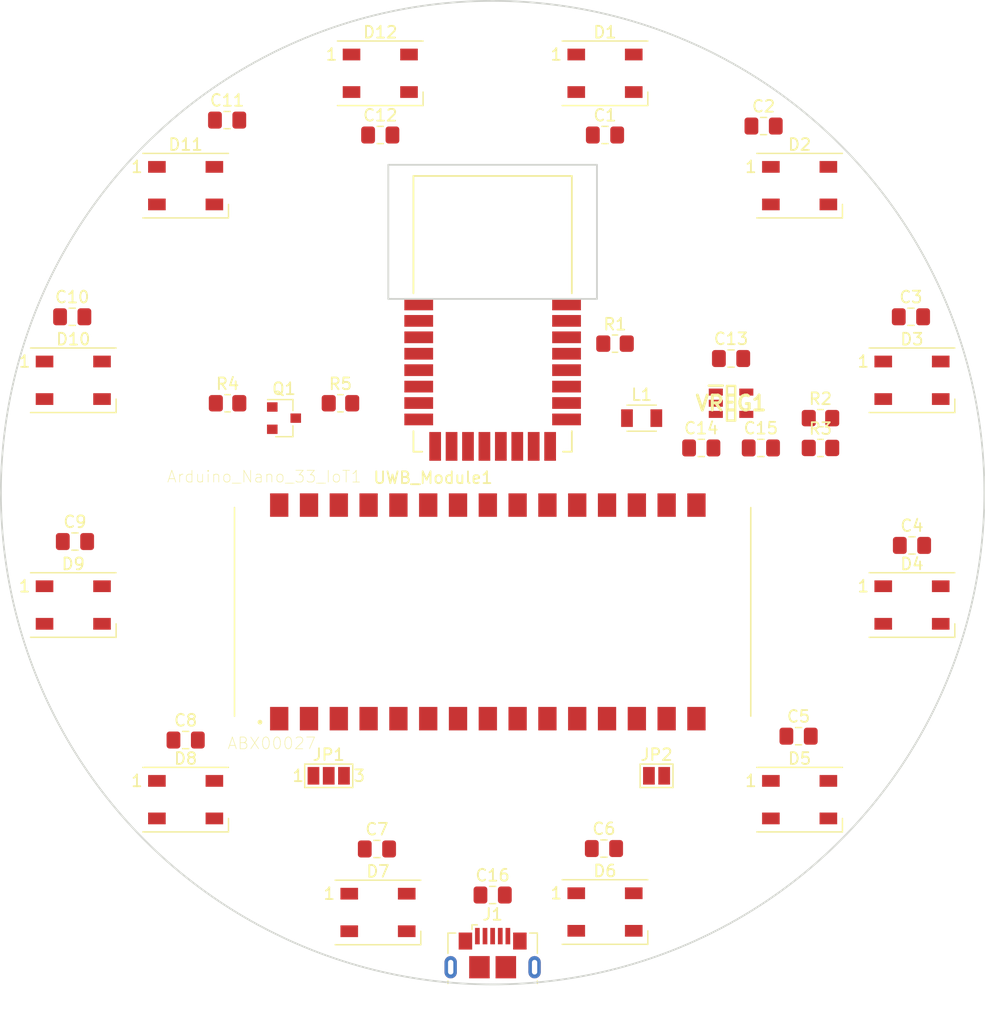
<source format=kicad_pcb>
(kicad_pcb (version 20171130) (host pcbnew "(5.1.10)-1")

  (general
    (thickness 1.6)
    (drawings 5)
    (tracks 0)
    (zones 0)
    (modules 41)
    (nets 62)
  )

  (page A4)
  (layers
    (0 F.Cu signal)
    (31 B.Cu signal)
    (32 B.Adhes user)
    (33 F.Adhes user)
    (34 B.Paste user)
    (35 F.Paste user)
    (36 B.SilkS user)
    (37 F.SilkS user)
    (38 B.Mask user)
    (39 F.Mask user)
    (40 Dwgs.User user)
    (41 Cmts.User user)
    (42 Eco1.User user)
    (43 Eco2.User user)
    (44 Edge.Cuts user)
    (45 Margin user)
    (46 B.CrtYd user)
    (47 F.CrtYd user)
    (48 B.Fab user)
    (49 F.Fab user)
  )

  (setup
    (last_trace_width 0.25)
    (trace_clearance 0.2)
    (zone_clearance 0.508)
    (zone_45_only no)
    (trace_min 0.2)
    (via_size 0.8)
    (via_drill 0.4)
    (via_min_size 0.4)
    (via_min_drill 0.3)
    (uvia_size 0.3)
    (uvia_drill 0.1)
    (uvias_allowed no)
    (uvia_min_size 0.2)
    (uvia_min_drill 0.1)
    (edge_width 0.05)
    (segment_width 0.2)
    (pcb_text_width 0.3)
    (pcb_text_size 1.5 1.5)
    (mod_edge_width 0.12)
    (mod_text_size 1 1)
    (mod_text_width 0.15)
    (pad_size 1.524 1.524)
    (pad_drill 0.762)
    (pad_to_mask_clearance 0)
    (aux_axis_origin 0 0)
    (visible_elements FFFFFF7F)
    (pcbplotparams
      (layerselection 0x010fc_ffffffff)
      (usegerberextensions false)
      (usegerberattributes true)
      (usegerberadvancedattributes true)
      (creategerberjobfile true)
      (excludeedgelayer true)
      (linewidth 0.100000)
      (plotframeref false)
      (viasonmask false)
      (mode 1)
      (useauxorigin false)
      (hpglpennumber 1)
      (hpglpenspeed 20)
      (hpglpendiameter 15.000000)
      (psnegative false)
      (psa4output false)
      (plotreference true)
      (plotvalue true)
      (plotinvisibletext false)
      (padsonsilk false)
      (subtractmaskfromsilk false)
      (outputformat 1)
      (mirror false)
      (drillshape 1)
      (scaleselection 1)
      (outputdirectory ""))
  )

  (net 0 "")
  (net 1 SCK)
  (net 2 "Net-(Arduino_Nano_33_IoT1-Pad2)")
  (net 3 "Net-(Arduino_Nano_33_IoT1-Pad3)")
  (net 4 "Net-(Arduino_Nano_33_IoT1-Pad4)")
  (net 5 "Net-(Arduino_Nano_33_IoT1-Pad5)")
  (net 6 "Net-(Arduino_Nano_33_IoT1-Pad6)")
  (net 7 "Net-(Arduino_Nano_33_IoT1-Pad7)")
  (net 8 "Net-(Arduino_Nano_33_IoT1-Pad8)")
  (net 9 "Net-(Arduino_Nano_33_IoT1-Pad9)")
  (net 10 "Net-(Arduino_Nano_33_IoT1-Pad10)")
  (net 11 "Net-(Arduino_Nano_33_IoT1-Pad11)")
  (net 12 "Net-(Arduino_Nano_33_IoT1-Pad12)")
  (net 13 "Net-(Arduino_Nano_33_IoT1-Pad13)")
  (net 14 GND)
  (net 15 "Net-(Arduino_Nano_33_IoT1-Pad15)")
  (net 16 "Net-(Arduino_Nano_33_IoT1-Pad16)")
  (net 17 "Net-(Arduino_Nano_33_IoT1-Pad17)")
  (net 18 LED_DATA_L)
  (net 19 "Net-(Arduino_Nano_33_IoT1-Pad21)")
  (net 20 "Net-(Arduino_Nano_33_IoT1-Pad22)")
  (net 21 "Net-(Arduino_Nano_33_IoT1-Pad23)")
  (net 22 "Net-(Arduino_Nano_33_IoT1-Pad24)")
  (net 23 "Net-(Arduino_Nano_33_IoT1-Pad25)")
  (net 24 IRQ_DWM1000)
  (net 25 RSTn_DWM1000)
  (net 26 CS_DWM1000)
  (net 27 MOSI)
  (net 28 MISO)
  (net 29 "Net-(C1-Pad1)")
  (net 30 VUSB)
  (net 31 +3V3)
  (net 32 "Net-(C14-Pad1)")
  (net 33 "Net-(C15-Pad1)")
  (net 34 "Net-(C16-Pad2)")
  (net 35 LED_DATA_H)
  (net 36 "Net-(D1-Pad2)")
  (net 37 "Net-(D2-Pad2)")
  (net 38 "Net-(D3-Pad2)")
  (net 39 "Net-(D4-Pad2)")
  (net 40 "Net-(D5-Pad2)")
  (net 41 "Net-(D6-Pad2)")
  (net 42 "Net-(D7-Pad2)")
  (net 43 "Net-(D8-Pad2)")
  (net 44 "Net-(D10-Pad4)")
  (net 45 "Net-(D10-Pad2)")
  (net 46 "Net-(D11-Pad2)")
  (net 47 "Net-(D12-Pad2)")
  (net 48 "Net-(J1-Pad2)")
  (net 49 "Net-(J1-Pad4)")
  (net 50 "Net-(J1-Pad3)")
  (net 51 "Net-(L1-Pad1)")
  (net 52 "Net-(UWB_Module1-Pad1)")
  (net 53 "Net-(UWB_Module1-Pad2)")
  (net 54 "Net-(UWB_Module1-Pad4)")
  (net 55 "Net-(UWB_Module1-Pad9)")
  (net 56 "Net-(UWB_Module1-Pad10)")
  (net 57 "Net-(UWB_Module1-Pad11)")
  (net 58 "Net-(UWB_Module1-Pad12)")
  (net 59 "Net-(UWB_Module1-Pad13)")
  (net 60 "Net-(UWB_Module1-Pad14)")
  (net 61 "Net-(UWB_Module1-Pad15)")

  (net_class Default "This is the default net class."
    (clearance 0.2)
    (trace_width 0.25)
    (via_dia 0.8)
    (via_drill 0.4)
    (uvia_dia 0.3)
    (uvia_drill 0.1)
    (add_net +3V3)
    (add_net CS_DWM1000)
    (add_net GND)
    (add_net IRQ_DWM1000)
    (add_net LED_DATA_H)
    (add_net LED_DATA_L)
    (add_net MISO)
    (add_net MOSI)
    (add_net "Net-(Arduino_Nano_33_IoT1-Pad10)")
    (add_net "Net-(Arduino_Nano_33_IoT1-Pad11)")
    (add_net "Net-(Arduino_Nano_33_IoT1-Pad12)")
    (add_net "Net-(Arduino_Nano_33_IoT1-Pad13)")
    (add_net "Net-(Arduino_Nano_33_IoT1-Pad15)")
    (add_net "Net-(Arduino_Nano_33_IoT1-Pad16)")
    (add_net "Net-(Arduino_Nano_33_IoT1-Pad17)")
    (add_net "Net-(Arduino_Nano_33_IoT1-Pad2)")
    (add_net "Net-(Arduino_Nano_33_IoT1-Pad21)")
    (add_net "Net-(Arduino_Nano_33_IoT1-Pad22)")
    (add_net "Net-(Arduino_Nano_33_IoT1-Pad23)")
    (add_net "Net-(Arduino_Nano_33_IoT1-Pad24)")
    (add_net "Net-(Arduino_Nano_33_IoT1-Pad25)")
    (add_net "Net-(Arduino_Nano_33_IoT1-Pad3)")
    (add_net "Net-(Arduino_Nano_33_IoT1-Pad4)")
    (add_net "Net-(Arduino_Nano_33_IoT1-Pad5)")
    (add_net "Net-(Arduino_Nano_33_IoT1-Pad6)")
    (add_net "Net-(Arduino_Nano_33_IoT1-Pad7)")
    (add_net "Net-(Arduino_Nano_33_IoT1-Pad8)")
    (add_net "Net-(Arduino_Nano_33_IoT1-Pad9)")
    (add_net "Net-(C1-Pad1)")
    (add_net "Net-(C14-Pad1)")
    (add_net "Net-(C15-Pad1)")
    (add_net "Net-(C16-Pad2)")
    (add_net "Net-(D1-Pad2)")
    (add_net "Net-(D10-Pad2)")
    (add_net "Net-(D10-Pad4)")
    (add_net "Net-(D11-Pad2)")
    (add_net "Net-(D12-Pad2)")
    (add_net "Net-(D2-Pad2)")
    (add_net "Net-(D3-Pad2)")
    (add_net "Net-(D4-Pad2)")
    (add_net "Net-(D5-Pad2)")
    (add_net "Net-(D6-Pad2)")
    (add_net "Net-(D7-Pad2)")
    (add_net "Net-(D8-Pad2)")
    (add_net "Net-(J1-Pad2)")
    (add_net "Net-(J1-Pad3)")
    (add_net "Net-(J1-Pad4)")
    (add_net "Net-(L1-Pad1)")
    (add_net "Net-(UWB_Module1-Pad1)")
    (add_net "Net-(UWB_Module1-Pad10)")
    (add_net "Net-(UWB_Module1-Pad11)")
    (add_net "Net-(UWB_Module1-Pad12)")
    (add_net "Net-(UWB_Module1-Pad13)")
    (add_net "Net-(UWB_Module1-Pad14)")
    (add_net "Net-(UWB_Module1-Pad15)")
    (add_net "Net-(UWB_Module1-Pad2)")
    (add_net "Net-(UWB_Module1-Pad4)")
    (add_net "Net-(UWB_Module1-Pad9)")
    (add_net RSTn_DWM1000)
    (add_net SCK)
    (add_net VUSB)
  )

  (module MODULE_ABX00027:MODULE_ABX00027 (layer F.Cu) (tedit 0) (tstamp 61F0D3E6)
    (at 139.7 111.76)
    (path /61E21586)
    (attr smd)
    (fp_text reference Arduino_Nano_33_IoT1 (at -19.46 -11.525) (layer F.SilkS)
      (effects (font (size 1 1) (thickness 0.05)))
    )
    (fp_text value ABX00027 (at -18.825 11.205) (layer F.SilkS)
      (effects (font (size 1 1) (thickness 0.05)))
    )
    (fp_line (start -22 -8.89) (end -22 8.89) (layer Eco2.User) (width 0.127))
    (fp_circle (center -19.83 9.4) (end -19.73 9.4) (layer Eco2.User) (width 0.2))
    (fp_circle (center -19.83 9.4) (end -19.73 9.4) (layer F.SilkS) (width 0.2))
    (fp_line (start -22.25 -10.35) (end -22.25 10.35) (layer Eco1.User) (width 0.05))
    (fp_line (start 22.25 -10.35) (end -22.25 -10.35) (layer Eco1.User) (width 0.05))
    (fp_line (start 22.25 10.35) (end 22.25 -10.35) (layer Eco1.User) (width 0.05))
    (fp_line (start -22.25 10.35) (end 22.25 10.35) (layer Eco1.User) (width 0.05))
    (fp_line (start -22 -8.89) (end -22 8.89) (layer Eco2.User) (width 0.127))
    (fp_line (start 22 -8.89) (end -22 -8.89) (layer Eco2.User) (width 0.127))
    (fp_line (start 22 8.89) (end 22 -8.89) (layer Eco2.User) (width 0.127))
    (fp_line (start -22 8.89) (end 22 8.89) (layer Eco2.User) (width 0.127))
    (fp_line (start -22 -8.89) (end -22 8.89) (layer F.SilkS) (width 0.127))
    (fp_line (start 22 8.89) (end 22 -8.89) (layer F.SilkS) (width 0.127))
    (pad 30 smd rect (at -18.19 -9.1 180) (size 1.56 2) (layers F.Cu F.Paste)
      (net 28 MISO))
    (pad 29 smd rect (at -15.65 -9.1 180) (size 1.56 2) (layers F.Cu F.Paste)
      (net 27 MOSI))
    (pad 28 smd rect (at -13.11 -9.1 180) (size 1.56 2) (layers F.Cu F.Paste)
      (net 26 CS_DWM1000))
    (pad 27 smd rect (at -10.57 -9.1 180) (size 1.56 2) (layers F.Cu F.Paste)
      (net 25 RSTn_DWM1000))
    (pad 26 smd rect (at -8.03 -9.1 180) (size 1.56 2) (layers F.Cu F.Paste)
      (net 24 IRQ_DWM1000))
    (pad 25 smd rect (at -5.49 -9.1 180) (size 1.56 2) (layers F.Cu F.Paste)
      (net 23 "Net-(Arduino_Nano_33_IoT1-Pad25)"))
    (pad 24 smd rect (at -2.95 -9.1 180) (size 1.56 2) (layers F.Cu F.Paste)
      (net 22 "Net-(Arduino_Nano_33_IoT1-Pad24)"))
    (pad 23 smd rect (at -0.41 -9.1 180) (size 1.56 2) (layers F.Cu F.Paste)
      (net 21 "Net-(Arduino_Nano_33_IoT1-Pad23)"))
    (pad 22 smd rect (at 2.13 -9.1 180) (size 1.56 2) (layers F.Cu F.Paste)
      (net 20 "Net-(Arduino_Nano_33_IoT1-Pad22)"))
    (pad 21 smd rect (at 4.67 -9.1 180) (size 1.56 2) (layers F.Cu F.Paste)
      (net 19 "Net-(Arduino_Nano_33_IoT1-Pad21)"))
    (pad 20 smd rect (at 7.21 -9.1 180) (size 1.56 2) (layers F.Cu F.Paste)
      (net 18 LED_DATA_L))
    (pad 19 smd rect (at 9.75 -9.1 180) (size 1.56 2) (layers F.Cu F.Paste)
      (net 14 GND))
    (pad 18 smd rect (at 12.29 -9.1 180) (size 1.56 2) (layers F.Cu F.Paste)
      (net 13 "Net-(Arduino_Nano_33_IoT1-Pad13)"))
    (pad 17 smd rect (at 14.83 -9.1 180) (size 1.56 2) (layers F.Cu F.Paste)
      (net 17 "Net-(Arduino_Nano_33_IoT1-Pad17)"))
    (pad 16 smd rect (at 17.37 -9.1 180) (size 1.56 2) (layers F.Cu F.Paste)
      (net 16 "Net-(Arduino_Nano_33_IoT1-Pad16)"))
    (pad 15 smd rect (at 17.37 9.1) (size 1.56 2) (layers F.Cu F.Paste)
      (net 15 "Net-(Arduino_Nano_33_IoT1-Pad15)"))
    (pad 14 smd rect (at 14.83 9.1) (size 1.56 2) (layers F.Cu F.Paste)
      (net 14 GND))
    (pad 13 smd rect (at 12.29 9.1) (size 1.56 2) (layers F.Cu F.Paste)
      (net 13 "Net-(Arduino_Nano_33_IoT1-Pad13)"))
    (pad 12 smd rect (at 9.75 9.1) (size 1.56 2) (layers F.Cu F.Paste)
      (net 12 "Net-(Arduino_Nano_33_IoT1-Pad12)"))
    (pad 11 smd rect (at 7.21 9.1) (size 1.56 2) (layers F.Cu F.Paste)
      (net 11 "Net-(Arduino_Nano_33_IoT1-Pad11)"))
    (pad 10 smd rect (at 4.67 9.1) (size 1.56 2) (layers F.Cu F.Paste)
      (net 10 "Net-(Arduino_Nano_33_IoT1-Pad10)"))
    (pad 9 smd rect (at 2.13 9.1) (size 1.56 2) (layers F.Cu F.Paste)
      (net 9 "Net-(Arduino_Nano_33_IoT1-Pad9)"))
    (pad 8 smd rect (at -0.41 9.1) (size 1.56 2) (layers F.Cu F.Paste)
      (net 8 "Net-(Arduino_Nano_33_IoT1-Pad8)"))
    (pad 7 smd rect (at -2.95 9.1) (size 1.56 2) (layers F.Cu F.Paste)
      (net 7 "Net-(Arduino_Nano_33_IoT1-Pad7)"))
    (pad 6 smd rect (at -5.49 9.1) (size 1.56 2) (layers F.Cu F.Paste)
      (net 6 "Net-(Arduino_Nano_33_IoT1-Pad6)"))
    (pad 5 smd rect (at -8.03 9.1) (size 1.56 2) (layers F.Cu F.Paste)
      (net 5 "Net-(Arduino_Nano_33_IoT1-Pad5)"))
    (pad 4 smd rect (at -10.57 9.1) (size 1.56 2) (layers F.Cu F.Paste)
      (net 4 "Net-(Arduino_Nano_33_IoT1-Pad4)"))
    (pad 3 smd rect (at -13.11 9.1) (size 1.56 2) (layers F.Cu F.Paste)
      (net 3 "Net-(Arduino_Nano_33_IoT1-Pad3)"))
    (pad 2 smd rect (at -15.65 9.1) (size 1.56 2) (layers F.Cu F.Paste)
      (net 2 "Net-(Arduino_Nano_33_IoT1-Pad2)"))
    (pad 1 smd rect (at -18.19 9.1) (size 1.56 2) (layers F.Cu F.Paste)
      (net 1 SCK))
    (pad Hole np_thru_hole circle (at 19.91 7.62) (size 1.651 1.651) (drill 1.651) (layers *.Cu *.Mask))
    (pad Hole np_thru_hole circle (at 19.91 -7.62) (size 1.651 1.651) (drill 1.651) (layers *.Cu *.Mask))
    (pad Hole np_thru_hole circle (at -20.73 -7.62) (size 1.651 1.651) (drill 1.651) (layers *.Cu *.Mask))
    (pad Hole np_thru_hole circle (at -20.73 7.62) (size 1.651 1.651) (drill 1.651) (layers *.Cu *.Mask))
  )

  (module Capacitor_SMD:C_0805_2012Metric_Pad1.18x1.45mm_HandSolder (layer F.Cu) (tedit 5F68FEEF) (tstamp 61EFC041)
    (at 149.276304 71.12)
    (descr "Capacitor SMD 0805 (2012 Metric), square (rectangular) end terminal, IPC_7351 nominal with elongated pad for handsoldering. (Body size source: IPC-SM-782 page 76, https://www.pcb-3d.com/wordpress/wp-content/uploads/ipc-sm-782a_amendment_1_and_2.pdf, https://docs.google.com/spreadsheets/d/1BsfQQcO9C6DZCsRaXUlFlo91Tg2WpOkGARC1WS5S8t0/edit?usp=sharing), generated with kicad-footprint-generator")
    (tags "capacitor handsolder")
    (path /61FB6066)
    (attr smd)
    (fp_text reference C1 (at 0 -1.68) (layer F.SilkS)
      (effects (font (size 1 1) (thickness 0.15)))
    )
    (fp_text value 100nF (at 0 1.68) (layer F.Fab)
      (effects (font (size 1 1) (thickness 0.15)))
    )
    (fp_text user %R (at 0 0) (layer F.Fab)
      (effects (font (size 0.5 0.5) (thickness 0.08)))
    )
    (fp_line (start -1 0.625) (end -1 -0.625) (layer F.Fab) (width 0.1))
    (fp_line (start -1 -0.625) (end 1 -0.625) (layer F.Fab) (width 0.1))
    (fp_line (start 1 -0.625) (end 1 0.625) (layer F.Fab) (width 0.1))
    (fp_line (start 1 0.625) (end -1 0.625) (layer F.Fab) (width 0.1))
    (fp_line (start -0.261252 -0.735) (end 0.261252 -0.735) (layer F.SilkS) (width 0.12))
    (fp_line (start -0.261252 0.735) (end 0.261252 0.735) (layer F.SilkS) (width 0.12))
    (fp_line (start -1.88 0.98) (end -1.88 -0.98) (layer F.CrtYd) (width 0.05))
    (fp_line (start -1.88 -0.98) (end 1.88 -0.98) (layer F.CrtYd) (width 0.05))
    (fp_line (start 1.88 -0.98) (end 1.88 0.98) (layer F.CrtYd) (width 0.05))
    (fp_line (start 1.88 0.98) (end -1.88 0.98) (layer F.CrtYd) (width 0.05))
    (pad 2 smd roundrect (at 1.0375 0) (size 1.175 1.45) (layers F.Cu F.Paste F.Mask) (roundrect_rratio 0.212766)
      (net 30 VUSB))
    (pad 1 smd roundrect (at -1.0375 0) (size 1.175 1.45) (layers F.Cu F.Paste F.Mask) (roundrect_rratio 0.212766)
      (net 29 "Net-(C1-Pad1)"))
    (model ${KISYS3DMOD}/Capacitor_SMD.3dshapes/C_0805_2012Metric.wrl
      (at (xyz 0 0 0))
      (scale (xyz 1 1 1))
      (rotate (xyz 0 0 0))
    )
  )

  (module Capacitor_SMD:C_0805_2012Metric_Pad1.18x1.45mm_HandSolder (layer F.Cu) (tedit 5F68FEEF) (tstamp 61EF8A53)
    (at 162.7925 70.35705)
    (descr "Capacitor SMD 0805 (2012 Metric), square (rectangular) end terminal, IPC_7351 nominal with elongated pad for handsoldering. (Body size source: IPC-SM-782 page 76, https://www.pcb-3d.com/wordpress/wp-content/uploads/ipc-sm-782a_amendment_1_and_2.pdf, https://docs.google.com/spreadsheets/d/1BsfQQcO9C6DZCsRaXUlFlo91Tg2WpOkGARC1WS5S8t0/edit?usp=sharing), generated with kicad-footprint-generator")
    (tags "capacitor handsolder")
    (path /61FBDDF0)
    (attr smd)
    (fp_text reference C2 (at 0 -1.68) (layer F.SilkS)
      (effects (font (size 1 1) (thickness 0.15)))
    )
    (fp_text value 100nF (at 0 1.68) (layer F.Fab)
      (effects (font (size 1 1) (thickness 0.15)))
    )
    (fp_line (start 1.88 0.98) (end -1.88 0.98) (layer F.CrtYd) (width 0.05))
    (fp_line (start 1.88 -0.98) (end 1.88 0.98) (layer F.CrtYd) (width 0.05))
    (fp_line (start -1.88 -0.98) (end 1.88 -0.98) (layer F.CrtYd) (width 0.05))
    (fp_line (start -1.88 0.98) (end -1.88 -0.98) (layer F.CrtYd) (width 0.05))
    (fp_line (start -0.261252 0.735) (end 0.261252 0.735) (layer F.SilkS) (width 0.12))
    (fp_line (start -0.261252 -0.735) (end 0.261252 -0.735) (layer F.SilkS) (width 0.12))
    (fp_line (start 1 0.625) (end -1 0.625) (layer F.Fab) (width 0.1))
    (fp_line (start 1 -0.625) (end 1 0.625) (layer F.Fab) (width 0.1))
    (fp_line (start -1 -0.625) (end 1 -0.625) (layer F.Fab) (width 0.1))
    (fp_line (start -1 0.625) (end -1 -0.625) (layer F.Fab) (width 0.1))
    (fp_text user %R (at 0 0) (layer F.Fab)
      (effects (font (size 0.5 0.5) (thickness 0.08)))
    )
    (pad 1 smd roundrect (at -1.0375 0) (size 1.175 1.45) (layers F.Cu F.Paste F.Mask) (roundrect_rratio 0.212766)
      (net 14 GND))
    (pad 2 smd roundrect (at 1.0375 0) (size 1.175 1.45) (layers F.Cu F.Paste F.Mask) (roundrect_rratio 0.212766)
      (net 30 VUSB))
    (model ${KISYS3DMOD}/Capacitor_SMD.3dshapes/C_0805_2012Metric.wrl
      (at (xyz 0 0 0))
      (scale (xyz 1 1 1))
      (rotate (xyz 0 0 0))
    )
  )

  (module Capacitor_SMD:C_0805_2012Metric_Pad1.18x1.45mm_HandSolder (layer F.Cu) (tedit 5F68FEEF) (tstamp 61EF8A64)
    (at 175.349255 86.613696)
    (descr "Capacitor SMD 0805 (2012 Metric), square (rectangular) end terminal, IPC_7351 nominal with elongated pad for handsoldering. (Body size source: IPC-SM-782 page 76, https://www.pcb-3d.com/wordpress/wp-content/uploads/ipc-sm-782a_amendment_1_and_2.pdf, https://docs.google.com/spreadsheets/d/1BsfQQcO9C6DZCsRaXUlFlo91Tg2WpOkGARC1WS5S8t0/edit?usp=sharing), generated with kicad-footprint-generator")
    (tags "capacitor handsolder")
    (path /61FC5B51)
    (attr smd)
    (fp_text reference C3 (at 0 -1.68) (layer F.SilkS)
      (effects (font (size 1 1) (thickness 0.15)))
    )
    (fp_text value 100nF (at 0 1.68) (layer F.Fab)
      (effects (font (size 1 1) (thickness 0.15)))
    )
    (fp_text user %R (at 0 0) (layer F.Fab)
      (effects (font (size 0.5 0.5) (thickness 0.08)))
    )
    (fp_line (start -1 0.625) (end -1 -0.625) (layer F.Fab) (width 0.1))
    (fp_line (start -1 -0.625) (end 1 -0.625) (layer F.Fab) (width 0.1))
    (fp_line (start 1 -0.625) (end 1 0.625) (layer F.Fab) (width 0.1))
    (fp_line (start 1 0.625) (end -1 0.625) (layer F.Fab) (width 0.1))
    (fp_line (start -0.261252 -0.735) (end 0.261252 -0.735) (layer F.SilkS) (width 0.12))
    (fp_line (start -0.261252 0.735) (end 0.261252 0.735) (layer F.SilkS) (width 0.12))
    (fp_line (start -1.88 0.98) (end -1.88 -0.98) (layer F.CrtYd) (width 0.05))
    (fp_line (start -1.88 -0.98) (end 1.88 -0.98) (layer F.CrtYd) (width 0.05))
    (fp_line (start 1.88 -0.98) (end 1.88 0.98) (layer F.CrtYd) (width 0.05))
    (fp_line (start 1.88 0.98) (end -1.88 0.98) (layer F.CrtYd) (width 0.05))
    (pad 2 smd roundrect (at 1.0375 0) (size 1.175 1.45) (layers F.Cu F.Paste F.Mask) (roundrect_rratio 0.212766)
      (net 30 VUSB))
    (pad 1 smd roundrect (at -1.0375 0) (size 1.175 1.45) (layers F.Cu F.Paste F.Mask) (roundrect_rratio 0.212766)
      (net 14 GND))
    (model ${KISYS3DMOD}/Capacitor_SMD.3dshapes/C_0805_2012Metric.wrl
      (at (xyz 0 0 0))
      (scale (xyz 1 1 1))
      (rotate (xyz 0 0 0))
    )
  )

  (module Capacitor_SMD:C_0805_2012Metric_Pad1.18x1.45mm_HandSolder (layer F.Cu) (tedit 5F68FEEF) (tstamp 61EF8A75)
    (at 175.439255 106.096304)
    (descr "Capacitor SMD 0805 (2012 Metric), square (rectangular) end terminal, IPC_7351 nominal with elongated pad for handsoldering. (Body size source: IPC-SM-782 page 76, https://www.pcb-3d.com/wordpress/wp-content/uploads/ipc-sm-782a_amendment_1_and_2.pdf, https://docs.google.com/spreadsheets/d/1BsfQQcO9C6DZCsRaXUlFlo91Tg2WpOkGARC1WS5S8t0/edit?usp=sharing), generated with kicad-footprint-generator")
    (tags "capacitor handsolder")
    (path /61FCD92C)
    (attr smd)
    (fp_text reference C4 (at 0 -1.68) (layer F.SilkS)
      (effects (font (size 1 1) (thickness 0.15)))
    )
    (fp_text value 100nF (at 0 1.68) (layer F.Fab)
      (effects (font (size 1 1) (thickness 0.15)))
    )
    (fp_line (start 1.88 0.98) (end -1.88 0.98) (layer F.CrtYd) (width 0.05))
    (fp_line (start 1.88 -0.98) (end 1.88 0.98) (layer F.CrtYd) (width 0.05))
    (fp_line (start -1.88 -0.98) (end 1.88 -0.98) (layer F.CrtYd) (width 0.05))
    (fp_line (start -1.88 0.98) (end -1.88 -0.98) (layer F.CrtYd) (width 0.05))
    (fp_line (start -0.261252 0.735) (end 0.261252 0.735) (layer F.SilkS) (width 0.12))
    (fp_line (start -0.261252 -0.735) (end 0.261252 -0.735) (layer F.SilkS) (width 0.12))
    (fp_line (start 1 0.625) (end -1 0.625) (layer F.Fab) (width 0.1))
    (fp_line (start 1 -0.625) (end 1 0.625) (layer F.Fab) (width 0.1))
    (fp_line (start -1 -0.625) (end 1 -0.625) (layer F.Fab) (width 0.1))
    (fp_line (start -1 0.625) (end -1 -0.625) (layer F.Fab) (width 0.1))
    (fp_text user %R (at 0 0) (layer F.Fab)
      (effects (font (size 0.5 0.5) (thickness 0.08)))
    )
    (pad 1 smd roundrect (at -1.0375 0) (size 1.175 1.45) (layers F.Cu F.Paste F.Mask) (roundrect_rratio 0.212766)
      (net 14 GND))
    (pad 2 smd roundrect (at 1.0375 0) (size 1.175 1.45) (layers F.Cu F.Paste F.Mask) (roundrect_rratio 0.212766)
      (net 30 VUSB))
    (model ${KISYS3DMOD}/Capacitor_SMD.3dshapes/C_0805_2012Metric.wrl
      (at (xyz 0 0 0))
      (scale (xyz 1 1 1))
      (rotate (xyz 0 0 0))
    )
  )

  (module Capacitor_SMD:C_0805_2012Metric_Pad1.18x1.45mm_HandSolder (layer F.Cu) (tedit 5F68FEEF) (tstamp 61EF8A86)
    (at 165.77295 122.35295)
    (descr "Capacitor SMD 0805 (2012 Metric), square (rectangular) end terminal, IPC_7351 nominal with elongated pad for handsoldering. (Body size source: IPC-SM-782 page 76, https://www.pcb-3d.com/wordpress/wp-content/uploads/ipc-sm-782a_amendment_1_and_2.pdf, https://docs.google.com/spreadsheets/d/1BsfQQcO9C6DZCsRaXUlFlo91Tg2WpOkGARC1WS5S8t0/edit?usp=sharing), generated with kicad-footprint-generator")
    (tags "capacitor handsolder")
    (path /61F956E3)
    (attr smd)
    (fp_text reference C5 (at 0 -1.68) (layer F.SilkS)
      (effects (font (size 1 1) (thickness 0.15)))
    )
    (fp_text value 100nF (at 0 1.68) (layer F.Fab)
      (effects (font (size 1 1) (thickness 0.15)))
    )
    (fp_text user %R (at 0 0) (layer F.Fab)
      (effects (font (size 0.5 0.5) (thickness 0.08)))
    )
    (fp_line (start -1 0.625) (end -1 -0.625) (layer F.Fab) (width 0.1))
    (fp_line (start -1 -0.625) (end 1 -0.625) (layer F.Fab) (width 0.1))
    (fp_line (start 1 -0.625) (end 1 0.625) (layer F.Fab) (width 0.1))
    (fp_line (start 1 0.625) (end -1 0.625) (layer F.Fab) (width 0.1))
    (fp_line (start -0.261252 -0.735) (end 0.261252 -0.735) (layer F.SilkS) (width 0.12))
    (fp_line (start -0.261252 0.735) (end 0.261252 0.735) (layer F.SilkS) (width 0.12))
    (fp_line (start -1.88 0.98) (end -1.88 -0.98) (layer F.CrtYd) (width 0.05))
    (fp_line (start -1.88 -0.98) (end 1.88 -0.98) (layer F.CrtYd) (width 0.05))
    (fp_line (start 1.88 -0.98) (end 1.88 0.98) (layer F.CrtYd) (width 0.05))
    (fp_line (start 1.88 0.98) (end -1.88 0.98) (layer F.CrtYd) (width 0.05))
    (pad 2 smd roundrect (at 1.0375 0) (size 1.175 1.45) (layers F.Cu F.Paste F.Mask) (roundrect_rratio 0.212766)
      (net 30 VUSB))
    (pad 1 smd roundrect (at -1.0375 0) (size 1.175 1.45) (layers F.Cu F.Paste F.Mask) (roundrect_rratio 0.212766)
      (net 14 GND))
    (model ${KISYS3DMOD}/Capacitor_SMD.3dshapes/C_0805_2012Metric.wrl
      (at (xyz 0 0 0))
      (scale (xyz 1 1 1))
      (rotate (xyz 0 0 0))
    )
  )

  (module Capacitor_SMD:C_0805_2012Metric_Pad1.18x1.45mm_HandSolder (layer F.Cu) (tedit 5F68FEEF) (tstamp 61EF8A97)
    (at 149.186304 131.929255)
    (descr "Capacitor SMD 0805 (2012 Metric), square (rectangular) end terminal, IPC_7351 nominal with elongated pad for handsoldering. (Body size source: IPC-SM-782 page 76, https://www.pcb-3d.com/wordpress/wp-content/uploads/ipc-sm-782a_amendment_1_and_2.pdf, https://docs.google.com/spreadsheets/d/1BsfQQcO9C6DZCsRaXUlFlo91Tg2WpOkGARC1WS5S8t0/edit?usp=sharing), generated with kicad-footprint-generator")
    (tags "capacitor handsolder")
    (path /61F9D457)
    (attr smd)
    (fp_text reference C6 (at 0 -1.68) (layer F.SilkS)
      (effects (font (size 1 1) (thickness 0.15)))
    )
    (fp_text value 100nF (at 0 1.68) (layer F.Fab)
      (effects (font (size 1 1) (thickness 0.15)))
    )
    (fp_line (start 1.88 0.98) (end -1.88 0.98) (layer F.CrtYd) (width 0.05))
    (fp_line (start 1.88 -0.98) (end 1.88 0.98) (layer F.CrtYd) (width 0.05))
    (fp_line (start -1.88 -0.98) (end 1.88 -0.98) (layer F.CrtYd) (width 0.05))
    (fp_line (start -1.88 0.98) (end -1.88 -0.98) (layer F.CrtYd) (width 0.05))
    (fp_line (start -0.261252 0.735) (end 0.261252 0.735) (layer F.SilkS) (width 0.12))
    (fp_line (start -0.261252 -0.735) (end 0.261252 -0.735) (layer F.SilkS) (width 0.12))
    (fp_line (start 1 0.625) (end -1 0.625) (layer F.Fab) (width 0.1))
    (fp_line (start 1 -0.625) (end 1 0.625) (layer F.Fab) (width 0.1))
    (fp_line (start -1 -0.625) (end 1 -0.625) (layer F.Fab) (width 0.1))
    (fp_line (start -1 0.625) (end -1 -0.625) (layer F.Fab) (width 0.1))
    (fp_text user %R (at 0 0) (layer F.Fab)
      (effects (font (size 0.5 0.5) (thickness 0.08)))
    )
    (pad 1 smd roundrect (at -1.0375 0) (size 1.175 1.45) (layers F.Cu F.Paste F.Mask) (roundrect_rratio 0.212766)
      (net 14 GND))
    (pad 2 smd roundrect (at 1.0375 0) (size 1.175 1.45) (layers F.Cu F.Paste F.Mask) (roundrect_rratio 0.212766)
      (net 30 VUSB))
    (model ${KISYS3DMOD}/Capacitor_SMD.3dshapes/C_0805_2012Metric.wrl
      (at (xyz 0 0 0))
      (scale (xyz 1 1 1))
      (rotate (xyz 0 0 0))
    )
  )

  (module Capacitor_SMD:C_0805_2012Metric_Pad1.18x1.45mm_HandSolder (layer F.Cu) (tedit 5F68FEEF) (tstamp 61EF8AA8)
    (at 129.838375 131.966328)
    (descr "Capacitor SMD 0805 (2012 Metric), square (rectangular) end terminal, IPC_7351 nominal with elongated pad for handsoldering. (Body size source: IPC-SM-782 page 76, https://www.pcb-3d.com/wordpress/wp-content/uploads/ipc-sm-782a_amendment_1_and_2.pdf, https://docs.google.com/spreadsheets/d/1BsfQQcO9C6DZCsRaXUlFlo91Tg2WpOkGARC1WS5S8t0/edit?usp=sharing), generated with kicad-footprint-generator")
    (tags "capacitor handsolder")
    (path /61FA5425)
    (attr smd)
    (fp_text reference C7 (at 0 -1.68) (layer F.SilkS)
      (effects (font (size 1 1) (thickness 0.15)))
    )
    (fp_text value 100nF (at 0 1.68) (layer F.Fab)
      (effects (font (size 1 1) (thickness 0.15)))
    )
    (fp_line (start 1.88 0.98) (end -1.88 0.98) (layer F.CrtYd) (width 0.05))
    (fp_line (start 1.88 -0.98) (end 1.88 0.98) (layer F.CrtYd) (width 0.05))
    (fp_line (start -1.88 -0.98) (end 1.88 -0.98) (layer F.CrtYd) (width 0.05))
    (fp_line (start -1.88 0.98) (end -1.88 -0.98) (layer F.CrtYd) (width 0.05))
    (fp_line (start -0.261252 0.735) (end 0.261252 0.735) (layer F.SilkS) (width 0.12))
    (fp_line (start -0.261252 -0.735) (end 0.261252 -0.735) (layer F.SilkS) (width 0.12))
    (fp_line (start 1 0.625) (end -1 0.625) (layer F.Fab) (width 0.1))
    (fp_line (start 1 -0.625) (end 1 0.625) (layer F.Fab) (width 0.1))
    (fp_line (start -1 -0.625) (end 1 -0.625) (layer F.Fab) (width 0.1))
    (fp_line (start -1 0.625) (end -1 -0.625) (layer F.Fab) (width 0.1))
    (fp_text user %R (at 0 0) (layer F.Fab)
      (effects (font (size 0.5 0.5) (thickness 0.08)))
    )
    (pad 1 smd roundrect (at -1.0375 0) (size 1.175 1.45) (layers F.Cu F.Paste F.Mask) (roundrect_rratio 0.212766)
      (net 14 GND))
    (pad 2 smd roundrect (at 1.0375 0) (size 1.175 1.45) (layers F.Cu F.Paste F.Mask) (roundrect_rratio 0.212766)
      (net 30 VUSB))
    (model ${KISYS3DMOD}/Capacitor_SMD.3dshapes/C_0805_2012Metric.wrl
      (at (xyz 0 0 0))
      (scale (xyz 1 1 1))
      (rotate (xyz 0 0 0))
    )
  )

  (module Capacitor_SMD:C_0805_2012Metric_Pad1.18x1.45mm_HandSolder (layer F.Cu) (tedit 5F68FEEF) (tstamp 61EF8AB9)
    (at 113.53705 122.68295)
    (descr "Capacitor SMD 0805 (2012 Metric), square (rectangular) end terminal, IPC_7351 nominal with elongated pad for handsoldering. (Body size source: IPC-SM-782 page 76, https://www.pcb-3d.com/wordpress/wp-content/uploads/ipc-sm-782a_amendment_1_and_2.pdf, https://docs.google.com/spreadsheets/d/1BsfQQcO9C6DZCsRaXUlFlo91Tg2WpOkGARC1WS5S8t0/edit?usp=sharing), generated with kicad-footprint-generator")
    (tags "capacitor handsolder")
    (path /61FAD2FD)
    (attr smd)
    (fp_text reference C8 (at 0 -1.68) (layer F.SilkS)
      (effects (font (size 1 1) (thickness 0.15)))
    )
    (fp_text value 100nF (at 0 1.68) (layer F.Fab)
      (effects (font (size 1 1) (thickness 0.15)))
    )
    (fp_text user %R (at 0 0) (layer F.Fab)
      (effects (font (size 0.5 0.5) (thickness 0.08)))
    )
    (fp_line (start -1 0.625) (end -1 -0.625) (layer F.Fab) (width 0.1))
    (fp_line (start -1 -0.625) (end 1 -0.625) (layer F.Fab) (width 0.1))
    (fp_line (start 1 -0.625) (end 1 0.625) (layer F.Fab) (width 0.1))
    (fp_line (start 1 0.625) (end -1 0.625) (layer F.Fab) (width 0.1))
    (fp_line (start -0.261252 -0.735) (end 0.261252 -0.735) (layer F.SilkS) (width 0.12))
    (fp_line (start -0.261252 0.735) (end 0.261252 0.735) (layer F.SilkS) (width 0.12))
    (fp_line (start -1.88 0.98) (end -1.88 -0.98) (layer F.CrtYd) (width 0.05))
    (fp_line (start -1.88 -0.98) (end 1.88 -0.98) (layer F.CrtYd) (width 0.05))
    (fp_line (start 1.88 -0.98) (end 1.88 0.98) (layer F.CrtYd) (width 0.05))
    (fp_line (start 1.88 0.98) (end -1.88 0.98) (layer F.CrtYd) (width 0.05))
    (pad 2 smd roundrect (at 1.0375 0) (size 1.175 1.45) (layers F.Cu F.Paste F.Mask) (roundrect_rratio 0.212766)
      (net 30 VUSB))
    (pad 1 smd roundrect (at -1.0375 0) (size 1.175 1.45) (layers F.Cu F.Paste F.Mask) (roundrect_rratio 0.212766)
      (net 14 GND))
    (model ${KISYS3DMOD}/Capacitor_SMD.3dshapes/C_0805_2012Metric.wrl
      (at (xyz 0 0 0))
      (scale (xyz 1 1 1))
      (rotate (xyz 0 0 0))
    )
  )

  (module Capacitor_SMD:C_0805_2012Metric_Pad1.18x1.45mm_HandSolder (layer F.Cu) (tedit 5F68FEEF) (tstamp 61EF8ACA)
    (at 104.103245 105.766304)
    (descr "Capacitor SMD 0805 (2012 Metric), square (rectangular) end terminal, IPC_7351 nominal with elongated pad for handsoldering. (Body size source: IPC-SM-782 page 76, https://www.pcb-3d.com/wordpress/wp-content/uploads/ipc-sm-782a_amendment_1_and_2.pdf, https://docs.google.com/spreadsheets/d/1BsfQQcO9C6DZCsRaXUlFlo91Tg2WpOkGARC1WS5S8t0/edit?usp=sharing), generated with kicad-footprint-generator")
    (tags "capacitor handsolder")
    (path /61F03F1E)
    (attr smd)
    (fp_text reference C9 (at 0 -1.68) (layer F.SilkS)
      (effects (font (size 1 1) (thickness 0.15)))
    )
    (fp_text value 100nF (at 0 1.68) (layer F.Fab)
      (effects (font (size 1 1) (thickness 0.15)))
    )
    (fp_text user %R (at 0 0) (layer F.Fab)
      (effects (font (size 0.5 0.5) (thickness 0.08)))
    )
    (fp_line (start -1 0.625) (end -1 -0.625) (layer F.Fab) (width 0.1))
    (fp_line (start -1 -0.625) (end 1 -0.625) (layer F.Fab) (width 0.1))
    (fp_line (start 1 -0.625) (end 1 0.625) (layer F.Fab) (width 0.1))
    (fp_line (start 1 0.625) (end -1 0.625) (layer F.Fab) (width 0.1))
    (fp_line (start -0.261252 -0.735) (end 0.261252 -0.735) (layer F.SilkS) (width 0.12))
    (fp_line (start -0.261252 0.735) (end 0.261252 0.735) (layer F.SilkS) (width 0.12))
    (fp_line (start -1.88 0.98) (end -1.88 -0.98) (layer F.CrtYd) (width 0.05))
    (fp_line (start -1.88 -0.98) (end 1.88 -0.98) (layer F.CrtYd) (width 0.05))
    (fp_line (start 1.88 -0.98) (end 1.88 0.98) (layer F.CrtYd) (width 0.05))
    (fp_line (start 1.88 0.98) (end -1.88 0.98) (layer F.CrtYd) (width 0.05))
    (pad 2 smd roundrect (at 1.0375 0) (size 1.175 1.45) (layers F.Cu F.Paste F.Mask) (roundrect_rratio 0.212766)
      (net 30 VUSB))
    (pad 1 smd roundrect (at -1.0375 0) (size 1.175 1.45) (layers F.Cu F.Paste F.Mask) (roundrect_rratio 0.212766)
      (net 14 GND))
    (model ${KISYS3DMOD}/Capacitor_SMD.3dshapes/C_0805_2012Metric.wrl
      (at (xyz 0 0 0))
      (scale (xyz 1 1 1))
      (rotate (xyz 0 0 0))
    )
  )

  (module Capacitor_SMD:C_0805_2012Metric_Pad1.18x1.45mm_HandSolder (layer F.Cu) (tedit 5F68FEEF) (tstamp 61EF8ADB)
    (at 103.870745 86.613696)
    (descr "Capacitor SMD 0805 (2012 Metric), square (rectangular) end terminal, IPC_7351 nominal with elongated pad for handsoldering. (Body size source: IPC-SM-782 page 76, https://www.pcb-3d.com/wordpress/wp-content/uploads/ipc-sm-782a_amendment_1_and_2.pdf, https://docs.google.com/spreadsheets/d/1BsfQQcO9C6DZCsRaXUlFlo91Tg2WpOkGARC1WS5S8t0/edit?usp=sharing), generated with kicad-footprint-generator")
    (tags "capacitor handsolder")
    (path /61F0DF25)
    (attr smd)
    (fp_text reference C10 (at 0 -1.68) (layer F.SilkS)
      (effects (font (size 1 1) (thickness 0.15)))
    )
    (fp_text value 100nF (at 0 1.68) (layer F.Fab)
      (effects (font (size 1 1) (thickness 0.15)))
    )
    (fp_line (start 1.88 0.98) (end -1.88 0.98) (layer F.CrtYd) (width 0.05))
    (fp_line (start 1.88 -0.98) (end 1.88 0.98) (layer F.CrtYd) (width 0.05))
    (fp_line (start -1.88 -0.98) (end 1.88 -0.98) (layer F.CrtYd) (width 0.05))
    (fp_line (start -1.88 0.98) (end -1.88 -0.98) (layer F.CrtYd) (width 0.05))
    (fp_line (start -0.261252 0.735) (end 0.261252 0.735) (layer F.SilkS) (width 0.12))
    (fp_line (start -0.261252 -0.735) (end 0.261252 -0.735) (layer F.SilkS) (width 0.12))
    (fp_line (start 1 0.625) (end -1 0.625) (layer F.Fab) (width 0.1))
    (fp_line (start 1 -0.625) (end 1 0.625) (layer F.Fab) (width 0.1))
    (fp_line (start -1 -0.625) (end 1 -0.625) (layer F.Fab) (width 0.1))
    (fp_line (start -1 0.625) (end -1 -0.625) (layer F.Fab) (width 0.1))
    (fp_text user %R (at 0 0) (layer F.Fab)
      (effects (font (size 0.5 0.5) (thickness 0.08)))
    )
    (pad 1 smd roundrect (at -1.0375 0) (size 1.175 1.45) (layers F.Cu F.Paste F.Mask) (roundrect_rratio 0.212766)
      (net 14 GND))
    (pad 2 smd roundrect (at 1.0375 0) (size 1.175 1.45) (layers F.Cu F.Paste F.Mask) (roundrect_rratio 0.212766)
      (net 30 VUSB))
    (model ${KISYS3DMOD}/Capacitor_SMD.3dshapes/C_0805_2012Metric.wrl
      (at (xyz 0 0 0))
      (scale (xyz 1 1 1))
      (rotate (xyz 0 0 0))
    )
  )

  (module Capacitor_SMD:C_0805_2012Metric_Pad1.18x1.45mm_HandSolder (layer F.Cu) (tedit 5F68FEEF) (tstamp 61EF8AEC)
    (at 117.0725 69.85)
    (descr "Capacitor SMD 0805 (2012 Metric), square (rectangular) end terminal, IPC_7351 nominal with elongated pad for handsoldering. (Body size source: IPC-SM-782 page 76, https://www.pcb-3d.com/wordpress/wp-content/uploads/ipc-sm-782a_amendment_1_and_2.pdf, https://docs.google.com/spreadsheets/d/1BsfQQcO9C6DZCsRaXUlFlo91Tg2WpOkGARC1WS5S8t0/edit?usp=sharing), generated with kicad-footprint-generator")
    (tags "capacitor handsolder")
    (path /61EF8BE4)
    (attr smd)
    (fp_text reference C11 (at 0 -1.68) (layer F.SilkS)
      (effects (font (size 1 1) (thickness 0.15)))
    )
    (fp_text value 100nF (at 0 1.68) (layer F.Fab)
      (effects (font (size 1 1) (thickness 0.15)))
    )
    (fp_text user %R (at 0 0) (layer F.Fab)
      (effects (font (size 0.5 0.5) (thickness 0.08)))
    )
    (fp_line (start -1 0.625) (end -1 -0.625) (layer F.Fab) (width 0.1))
    (fp_line (start -1 -0.625) (end 1 -0.625) (layer F.Fab) (width 0.1))
    (fp_line (start 1 -0.625) (end 1 0.625) (layer F.Fab) (width 0.1))
    (fp_line (start 1 0.625) (end -1 0.625) (layer F.Fab) (width 0.1))
    (fp_line (start -0.261252 -0.735) (end 0.261252 -0.735) (layer F.SilkS) (width 0.12))
    (fp_line (start -0.261252 0.735) (end 0.261252 0.735) (layer F.SilkS) (width 0.12))
    (fp_line (start -1.88 0.98) (end -1.88 -0.98) (layer F.CrtYd) (width 0.05))
    (fp_line (start -1.88 -0.98) (end 1.88 -0.98) (layer F.CrtYd) (width 0.05))
    (fp_line (start 1.88 -0.98) (end 1.88 0.98) (layer F.CrtYd) (width 0.05))
    (fp_line (start 1.88 0.98) (end -1.88 0.98) (layer F.CrtYd) (width 0.05))
    (pad 2 smd roundrect (at 1.0375 0) (size 1.175 1.45) (layers F.Cu F.Paste F.Mask) (roundrect_rratio 0.212766)
      (net 30 VUSB))
    (pad 1 smd roundrect (at -1.0375 0) (size 1.175 1.45) (layers F.Cu F.Paste F.Mask) (roundrect_rratio 0.212766)
      (net 14 GND))
    (model ${KISYS3DMOD}/Capacitor_SMD.3dshapes/C_0805_2012Metric.wrl
      (at (xyz 0 0 0))
      (scale (xyz 1 1 1))
      (rotate (xyz 0 0 0))
    )
  )

  (module Capacitor_SMD:C_0805_2012Metric_Pad1.18x1.45mm_HandSolder (layer F.Cu) (tedit 5F68FEEF) (tstamp 61EF8AFD)
    (at 130.123696 71.12)
    (descr "Capacitor SMD 0805 (2012 Metric), square (rectangular) end terminal, IPC_7351 nominal with elongated pad for handsoldering. (Body size source: IPC-SM-782 page 76, https://www.pcb-3d.com/wordpress/wp-content/uploads/ipc-sm-782a_amendment_1_and_2.pdf, https://docs.google.com/spreadsheets/d/1BsfQQcO9C6DZCsRaXUlFlo91Tg2WpOkGARC1WS5S8t0/edit?usp=sharing), generated with kicad-footprint-generator")
    (tags "capacitor handsolder")
    (path /61EFFC26)
    (attr smd)
    (fp_text reference C12 (at 0 -1.68) (layer F.SilkS)
      (effects (font (size 1 1) (thickness 0.15)))
    )
    (fp_text value 100nF (at 0 1.68) (layer F.Fab)
      (effects (font (size 1 1) (thickness 0.15)))
    )
    (fp_line (start 1.88 0.98) (end -1.88 0.98) (layer F.CrtYd) (width 0.05))
    (fp_line (start 1.88 -0.98) (end 1.88 0.98) (layer F.CrtYd) (width 0.05))
    (fp_line (start -1.88 -0.98) (end 1.88 -0.98) (layer F.CrtYd) (width 0.05))
    (fp_line (start -1.88 0.98) (end -1.88 -0.98) (layer F.CrtYd) (width 0.05))
    (fp_line (start -0.261252 0.735) (end 0.261252 0.735) (layer F.SilkS) (width 0.12))
    (fp_line (start -0.261252 -0.735) (end 0.261252 -0.735) (layer F.SilkS) (width 0.12))
    (fp_line (start 1 0.625) (end -1 0.625) (layer F.Fab) (width 0.1))
    (fp_line (start 1 -0.625) (end 1 0.625) (layer F.Fab) (width 0.1))
    (fp_line (start -1 -0.625) (end 1 -0.625) (layer F.Fab) (width 0.1))
    (fp_line (start -1 0.625) (end -1 -0.625) (layer F.Fab) (width 0.1))
    (fp_text user %R (at 0 0) (layer F.Fab)
      (effects (font (size 0.5 0.5) (thickness 0.08)))
    )
    (pad 1 smd roundrect (at -1.0375 0) (size 1.175 1.45) (layers F.Cu F.Paste F.Mask) (roundrect_rratio 0.212766)
      (net 14 GND))
    (pad 2 smd roundrect (at 1.0375 0) (size 1.175 1.45) (layers F.Cu F.Paste F.Mask) (roundrect_rratio 0.212766)
      (net 30 VUSB))
    (model ${KISYS3DMOD}/Capacitor_SMD.3dshapes/C_0805_2012Metric.wrl
      (at (xyz 0 0 0))
      (scale (xyz 1 1 1))
      (rotate (xyz 0 0 0))
    )
  )

  (module Capacitor_SMD:C_0805_2012Metric_Pad1.18x1.45mm_HandSolder (layer F.Cu) (tedit 5F68FEEF) (tstamp 61EF8B0E)
    (at 160.02 90.17)
    (descr "Capacitor SMD 0805 (2012 Metric), square (rectangular) end terminal, IPC_7351 nominal with elongated pad for handsoldering. (Body size source: IPC-SM-782 page 76, https://www.pcb-3d.com/wordpress/wp-content/uploads/ipc-sm-782a_amendment_1_and_2.pdf, https://docs.google.com/spreadsheets/d/1BsfQQcO9C6DZCsRaXUlFlo91Tg2WpOkGARC1WS5S8t0/edit?usp=sharing), generated with kicad-footprint-generator")
    (tags "capacitor handsolder")
    (path /61E6AFB3)
    (attr smd)
    (fp_text reference C13 (at 0 -1.68) (layer F.SilkS)
      (effects (font (size 1 1) (thickness 0.15)))
    )
    (fp_text value 22uF (at 0 1.68) (layer F.Fab)
      (effects (font (size 1 1) (thickness 0.15)))
    )
    (fp_line (start 1.88 0.98) (end -1.88 0.98) (layer F.CrtYd) (width 0.05))
    (fp_line (start 1.88 -0.98) (end 1.88 0.98) (layer F.CrtYd) (width 0.05))
    (fp_line (start -1.88 -0.98) (end 1.88 -0.98) (layer F.CrtYd) (width 0.05))
    (fp_line (start -1.88 0.98) (end -1.88 -0.98) (layer F.CrtYd) (width 0.05))
    (fp_line (start -0.261252 0.735) (end 0.261252 0.735) (layer F.SilkS) (width 0.12))
    (fp_line (start -0.261252 -0.735) (end 0.261252 -0.735) (layer F.SilkS) (width 0.12))
    (fp_line (start 1 0.625) (end -1 0.625) (layer F.Fab) (width 0.1))
    (fp_line (start 1 -0.625) (end 1 0.625) (layer F.Fab) (width 0.1))
    (fp_line (start -1 -0.625) (end 1 -0.625) (layer F.Fab) (width 0.1))
    (fp_line (start -1 0.625) (end -1 -0.625) (layer F.Fab) (width 0.1))
    (fp_text user %R (at 0 0) (layer F.Fab)
      (effects (font (size 0.5 0.5) (thickness 0.08)))
    )
    (pad 1 smd roundrect (at -1.0375 0) (size 1.175 1.45) (layers F.Cu F.Paste F.Mask) (roundrect_rratio 0.212766)
      (net 30 VUSB))
    (pad 2 smd roundrect (at 1.0375 0) (size 1.175 1.45) (layers F.Cu F.Paste F.Mask) (roundrect_rratio 0.212766)
      (net 14 GND))
    (model ${KISYS3DMOD}/Capacitor_SMD.3dshapes/C_0805_2012Metric.wrl
      (at (xyz 0 0 0))
      (scale (xyz 1 1 1))
      (rotate (xyz 0 0 0))
    )
  )

  (module Capacitor_SMD:C_0805_2012Metric_Pad1.18x1.45mm_HandSolder (layer F.Cu) (tedit 5F68FEEF) (tstamp 61EF8B1F)
    (at 157.48 97.79)
    (descr "Capacitor SMD 0805 (2012 Metric), square (rectangular) end terminal, IPC_7351 nominal with elongated pad for handsoldering. (Body size source: IPC-SM-782 page 76, https://www.pcb-3d.com/wordpress/wp-content/uploads/ipc-sm-782a_amendment_1_and_2.pdf, https://docs.google.com/spreadsheets/d/1BsfQQcO9C6DZCsRaXUlFlo91Tg2WpOkGARC1WS5S8t0/edit?usp=sharing), generated with kicad-footprint-generator")
    (tags "capacitor handsolder")
    (path /61E6DFA7)
    (attr smd)
    (fp_text reference C14 (at 0 -1.68) (layer F.SilkS)
      (effects (font (size 1 1) (thickness 0.15)))
    )
    (fp_text value 22uF (at 0 1.68) (layer F.Fab)
      (effects (font (size 1 1) (thickness 0.15)))
    )
    (fp_line (start 1.88 0.98) (end -1.88 0.98) (layer F.CrtYd) (width 0.05))
    (fp_line (start 1.88 -0.98) (end 1.88 0.98) (layer F.CrtYd) (width 0.05))
    (fp_line (start -1.88 -0.98) (end 1.88 -0.98) (layer F.CrtYd) (width 0.05))
    (fp_line (start -1.88 0.98) (end -1.88 -0.98) (layer F.CrtYd) (width 0.05))
    (fp_line (start -0.261252 0.735) (end 0.261252 0.735) (layer F.SilkS) (width 0.12))
    (fp_line (start -0.261252 -0.735) (end 0.261252 -0.735) (layer F.SilkS) (width 0.12))
    (fp_line (start 1 0.625) (end -1 0.625) (layer F.Fab) (width 0.1))
    (fp_line (start 1 -0.625) (end 1 0.625) (layer F.Fab) (width 0.1))
    (fp_line (start -1 -0.625) (end 1 -0.625) (layer F.Fab) (width 0.1))
    (fp_line (start -1 0.625) (end -1 -0.625) (layer F.Fab) (width 0.1))
    (fp_text user %R (at 0 0) (layer F.Fab)
      (effects (font (size 0.5 0.5) (thickness 0.08)))
    )
    (pad 1 smd roundrect (at -1.0375 0) (size 1.175 1.45) (layers F.Cu F.Paste F.Mask) (roundrect_rratio 0.212766)
      (net 32 "Net-(C14-Pad1)"))
    (pad 2 smd roundrect (at 1.0375 0) (size 1.175 1.45) (layers F.Cu F.Paste F.Mask) (roundrect_rratio 0.212766)
      (net 31 +3V3))
    (model ${KISYS3DMOD}/Capacitor_SMD.3dshapes/C_0805_2012Metric.wrl
      (at (xyz 0 0 0))
      (scale (xyz 1 1 1))
      (rotate (xyz 0 0 0))
    )
  )

  (module Capacitor_SMD:C_0805_2012Metric_Pad1.18x1.45mm_HandSolder (layer F.Cu) (tedit 5F68FEEF) (tstamp 61EF8B30)
    (at 162.56 97.79)
    (descr "Capacitor SMD 0805 (2012 Metric), square (rectangular) end terminal, IPC_7351 nominal with elongated pad for handsoldering. (Body size source: IPC-SM-782 page 76, https://www.pcb-3d.com/wordpress/wp-content/uploads/ipc-sm-782a_amendment_1_and_2.pdf, https://docs.google.com/spreadsheets/d/1BsfQQcO9C6DZCsRaXUlFlo91Tg2WpOkGARC1WS5S8t0/edit?usp=sharing), generated with kicad-footprint-generator")
    (tags "capacitor handsolder")
    (path /61E6DFF3)
    (attr smd)
    (fp_text reference C15 (at 0 -1.68) (layer F.SilkS)
      (effects (font (size 1 1) (thickness 0.15)))
    )
    (fp_text value 47pF (at 0 1.68) (layer F.Fab)
      (effects (font (size 1 1) (thickness 0.15)))
    )
    (fp_line (start 1.88 0.98) (end -1.88 0.98) (layer F.CrtYd) (width 0.05))
    (fp_line (start 1.88 -0.98) (end 1.88 0.98) (layer F.CrtYd) (width 0.05))
    (fp_line (start -1.88 -0.98) (end 1.88 -0.98) (layer F.CrtYd) (width 0.05))
    (fp_line (start -1.88 0.98) (end -1.88 -0.98) (layer F.CrtYd) (width 0.05))
    (fp_line (start -0.261252 0.735) (end 0.261252 0.735) (layer F.SilkS) (width 0.12))
    (fp_line (start -0.261252 -0.735) (end 0.261252 -0.735) (layer F.SilkS) (width 0.12))
    (fp_line (start 1 0.625) (end -1 0.625) (layer F.Fab) (width 0.1))
    (fp_line (start 1 -0.625) (end 1 0.625) (layer F.Fab) (width 0.1))
    (fp_line (start -1 -0.625) (end 1 -0.625) (layer F.Fab) (width 0.1))
    (fp_line (start -1 0.625) (end -1 -0.625) (layer F.Fab) (width 0.1))
    (fp_text user %R (at 0 0) (layer F.Fab)
      (effects (font (size 0.5 0.5) (thickness 0.08)))
    )
    (pad 1 smd roundrect (at -1.0375 0) (size 1.175 1.45) (layers F.Cu F.Paste F.Mask) (roundrect_rratio 0.212766)
      (net 33 "Net-(C15-Pad1)"))
    (pad 2 smd roundrect (at 1.0375 0) (size 1.175 1.45) (layers F.Cu F.Paste F.Mask) (roundrect_rratio 0.212766)
      (net 31 +3V3))
    (model ${KISYS3DMOD}/Capacitor_SMD.3dshapes/C_0805_2012Metric.wrl
      (at (xyz 0 0 0))
      (scale (xyz 1 1 1))
      (rotate (xyz 0 0 0))
    )
  )

  (module Capacitor_SMD:C_0805_2012Metric_Pad1.18x1.45mm_HandSolder (layer F.Cu) (tedit 5F68FEEF) (tstamp 61EF8B41)
    (at 139.7 135.89)
    (descr "Capacitor SMD 0805 (2012 Metric), square (rectangular) end terminal, IPC_7351 nominal with elongated pad for handsoldering. (Body size source: IPC-SM-782 page 76, https://www.pcb-3d.com/wordpress/wp-content/uploads/ipc-sm-782a_amendment_1_and_2.pdf, https://docs.google.com/spreadsheets/d/1BsfQQcO9C6DZCsRaXUlFlo91Tg2WpOkGARC1WS5S8t0/edit?usp=sharing), generated with kicad-footprint-generator")
    (tags "capacitor handsolder")
    (path /6214BA82)
    (attr smd)
    (fp_text reference C16 (at 0 -1.68) (layer F.SilkS)
      (effects (font (size 1 1) (thickness 0.15)))
    )
    (fp_text value 0.47uF (at 0 1.68) (layer F.Fab)
      (effects (font (size 1 1) (thickness 0.15)))
    )
    (fp_text user %R (at 0 0) (layer F.Fab)
      (effects (font (size 0.5 0.5) (thickness 0.08)))
    )
    (fp_line (start -1 0.625) (end -1 -0.625) (layer F.Fab) (width 0.1))
    (fp_line (start -1 -0.625) (end 1 -0.625) (layer F.Fab) (width 0.1))
    (fp_line (start 1 -0.625) (end 1 0.625) (layer F.Fab) (width 0.1))
    (fp_line (start 1 0.625) (end -1 0.625) (layer F.Fab) (width 0.1))
    (fp_line (start -0.261252 -0.735) (end 0.261252 -0.735) (layer F.SilkS) (width 0.12))
    (fp_line (start -0.261252 0.735) (end 0.261252 0.735) (layer F.SilkS) (width 0.12))
    (fp_line (start -1.88 0.98) (end -1.88 -0.98) (layer F.CrtYd) (width 0.05))
    (fp_line (start -1.88 -0.98) (end 1.88 -0.98) (layer F.CrtYd) (width 0.05))
    (fp_line (start 1.88 -0.98) (end 1.88 0.98) (layer F.CrtYd) (width 0.05))
    (fp_line (start 1.88 0.98) (end -1.88 0.98) (layer F.CrtYd) (width 0.05))
    (pad 2 smd roundrect (at 1.0375 0) (size 1.175 1.45) (layers F.Cu F.Paste F.Mask) (roundrect_rratio 0.212766)
      (net 34 "Net-(C16-Pad2)"))
    (pad 1 smd roundrect (at -1.0375 0) (size 1.175 1.45) (layers F.Cu F.Paste F.Mask) (roundrect_rratio 0.212766)
      (net 14 GND))
    (model ${KISYS3DMOD}/Capacitor_SMD.3dshapes/C_0805_2012Metric.wrl
      (at (xyz 0 0 0))
      (scale (xyz 1 1 1))
      (rotate (xyz 0 0 0))
    )
  )

  (module LED_SMD:LED_WS2812B_PLCC4_5.0x5.0mm_P3.2mm (layer F.Cu) (tedit 5AA4B285) (tstamp 61EFC005)
    (at 149.276304 65.860745)
    (descr https://cdn-shop.adafruit.com/datasheets/WS2812B.pdf)
    (tags "LED RGB NeoPixel")
    (path /61E1E812)
    (attr smd)
    (fp_text reference D1 (at 0 -3.5) (layer F.SilkS)
      (effects (font (size 1 1) (thickness 0.15)))
    )
    (fp_text value WS2812B (at 0 4) (layer F.Fab)
      (effects (font (size 1 1) (thickness 0.15)))
    )
    (fp_text user %R (at 0 0) (layer F.Fab)
      (effects (font (size 0.8 0.8) (thickness 0.15)))
    )
    (fp_text user 1 (at -4.15 -1.6) (layer F.SilkS)
      (effects (font (size 1 1) (thickness 0.15)))
    )
    (fp_line (start 3.45 -2.75) (end -3.45 -2.75) (layer F.CrtYd) (width 0.05))
    (fp_line (start 3.45 2.75) (end 3.45 -2.75) (layer F.CrtYd) (width 0.05))
    (fp_line (start -3.45 2.75) (end 3.45 2.75) (layer F.CrtYd) (width 0.05))
    (fp_line (start -3.45 -2.75) (end -3.45 2.75) (layer F.CrtYd) (width 0.05))
    (fp_line (start 2.5 1.5) (end 1.5 2.5) (layer F.Fab) (width 0.1))
    (fp_line (start -2.5 -2.5) (end -2.5 2.5) (layer F.Fab) (width 0.1))
    (fp_line (start -2.5 2.5) (end 2.5 2.5) (layer F.Fab) (width 0.1))
    (fp_line (start 2.5 2.5) (end 2.5 -2.5) (layer F.Fab) (width 0.1))
    (fp_line (start 2.5 -2.5) (end -2.5 -2.5) (layer F.Fab) (width 0.1))
    (fp_line (start -3.65 -2.75) (end 3.65 -2.75) (layer F.SilkS) (width 0.12))
    (fp_line (start -3.65 2.75) (end 3.65 2.75) (layer F.SilkS) (width 0.12))
    (fp_line (start 3.65 2.75) (end 3.65 1.6) (layer F.SilkS) (width 0.12))
    (fp_circle (center 0 0) (end 0 -2) (layer F.Fab) (width 0.1))
    (pad 1 smd rect (at -2.45 -1.6) (size 1.5 1) (layers F.Cu F.Paste F.Mask)
      (net 30 VUSB))
    (pad 2 smd rect (at -2.45 1.6) (size 1.5 1) (layers F.Cu F.Paste F.Mask)
      (net 36 "Net-(D1-Pad2)"))
    (pad 4 smd rect (at 2.45 -1.6) (size 1.5 1) (layers F.Cu F.Paste F.Mask)
      (net 35 LED_DATA_H))
    (pad 3 smd rect (at 2.45 1.6) (size 1.5 1) (layers F.Cu F.Paste F.Mask)
      (net 14 GND))
    (model ${KISYS3DMOD}/LED_SMD.3dshapes/LED_WS2812B_PLCC4_5.0x5.0mm_P3.2mm.wrl
      (at (xyz 0 0 0))
      (scale (xyz 1 1 1))
      (rotate (xyz 0 0 0))
    )
  )

  (module LED_SMD:LED_WS2812B_PLCC4_5.0x5.0mm_P3.2mm (layer F.Cu) (tedit 5AA4B285) (tstamp 61EF8B6F)
    (at 165.86295 75.43705)
    (descr https://cdn-shop.adafruit.com/datasheets/WS2812B.pdf)
    (tags "LED RGB NeoPixel")
    (path /61E21889)
    (attr smd)
    (fp_text reference D2 (at 0 -3.5) (layer F.SilkS)
      (effects (font (size 1 1) (thickness 0.15)))
    )
    (fp_text value WS2812B (at 0 4) (layer F.Fab)
      (effects (font (size 1 1) (thickness 0.15)))
    )
    (fp_circle (center 0 0) (end 0 -2) (layer F.Fab) (width 0.1))
    (fp_line (start 3.65 2.75) (end 3.65 1.6) (layer F.SilkS) (width 0.12))
    (fp_line (start -3.65 2.75) (end 3.65 2.75) (layer F.SilkS) (width 0.12))
    (fp_line (start -3.65 -2.75) (end 3.65 -2.75) (layer F.SilkS) (width 0.12))
    (fp_line (start 2.5 -2.5) (end -2.5 -2.5) (layer F.Fab) (width 0.1))
    (fp_line (start 2.5 2.5) (end 2.5 -2.5) (layer F.Fab) (width 0.1))
    (fp_line (start -2.5 2.5) (end 2.5 2.5) (layer F.Fab) (width 0.1))
    (fp_line (start -2.5 -2.5) (end -2.5 2.5) (layer F.Fab) (width 0.1))
    (fp_line (start 2.5 1.5) (end 1.5 2.5) (layer F.Fab) (width 0.1))
    (fp_line (start -3.45 -2.75) (end -3.45 2.75) (layer F.CrtYd) (width 0.05))
    (fp_line (start -3.45 2.75) (end 3.45 2.75) (layer F.CrtYd) (width 0.05))
    (fp_line (start 3.45 2.75) (end 3.45 -2.75) (layer F.CrtYd) (width 0.05))
    (fp_line (start 3.45 -2.75) (end -3.45 -2.75) (layer F.CrtYd) (width 0.05))
    (fp_text user 1 (at -4.15 -1.6) (layer F.SilkS)
      (effects (font (size 1 1) (thickness 0.15)))
    )
    (fp_text user %R (at 0 0) (layer F.Fab)
      (effects (font (size 0.8 0.8) (thickness 0.15)))
    )
    (pad 3 smd rect (at 2.45 1.6) (size 1.5 1) (layers F.Cu F.Paste F.Mask)
      (net 14 GND))
    (pad 4 smd rect (at 2.45 -1.6) (size 1.5 1) (layers F.Cu F.Paste F.Mask)
      (net 36 "Net-(D1-Pad2)"))
    (pad 2 smd rect (at -2.45 1.6) (size 1.5 1) (layers F.Cu F.Paste F.Mask)
      (net 37 "Net-(D2-Pad2)"))
    (pad 1 smd rect (at -2.45 -1.6) (size 1.5 1) (layers F.Cu F.Paste F.Mask)
      (net 30 VUSB))
    (model ${KISYS3DMOD}/LED_SMD.3dshapes/LED_WS2812B_PLCC4_5.0x5.0mm_P3.2mm.wrl
      (at (xyz 0 0 0))
      (scale (xyz 1 1 1))
      (rotate (xyz 0 0 0))
    )
  )

  (module LED_SMD:LED_WS2812B_PLCC4_5.0x5.0mm_P3.2mm (layer F.Cu) (tedit 5AA4B285) (tstamp 61EF8B86)
    (at 175.439255 92.023696)
    (descr https://cdn-shop.adafruit.com/datasheets/WS2812B.pdf)
    (tags "LED RGB NeoPixel")
    (path /61E21A2F)
    (attr smd)
    (fp_text reference D3 (at 0 -3.5) (layer F.SilkS)
      (effects (font (size 1 1) (thickness 0.15)))
    )
    (fp_text value WS2812B (at 0 4) (layer F.Fab)
      (effects (font (size 1 1) (thickness 0.15)))
    )
    (fp_text user %R (at 0 0) (layer F.Fab)
      (effects (font (size 0.8 0.8) (thickness 0.15)))
    )
    (fp_text user 1 (at -4.15 -1.6) (layer F.SilkS)
      (effects (font (size 1 1) (thickness 0.15)))
    )
    (fp_line (start 3.45 -2.75) (end -3.45 -2.75) (layer F.CrtYd) (width 0.05))
    (fp_line (start 3.45 2.75) (end 3.45 -2.75) (layer F.CrtYd) (width 0.05))
    (fp_line (start -3.45 2.75) (end 3.45 2.75) (layer F.CrtYd) (width 0.05))
    (fp_line (start -3.45 -2.75) (end -3.45 2.75) (layer F.CrtYd) (width 0.05))
    (fp_line (start 2.5 1.5) (end 1.5 2.5) (layer F.Fab) (width 0.1))
    (fp_line (start -2.5 -2.5) (end -2.5 2.5) (layer F.Fab) (width 0.1))
    (fp_line (start -2.5 2.5) (end 2.5 2.5) (layer F.Fab) (width 0.1))
    (fp_line (start 2.5 2.5) (end 2.5 -2.5) (layer F.Fab) (width 0.1))
    (fp_line (start 2.5 -2.5) (end -2.5 -2.5) (layer F.Fab) (width 0.1))
    (fp_line (start -3.65 -2.75) (end 3.65 -2.75) (layer F.SilkS) (width 0.12))
    (fp_line (start -3.65 2.75) (end 3.65 2.75) (layer F.SilkS) (width 0.12))
    (fp_line (start 3.65 2.75) (end 3.65 1.6) (layer F.SilkS) (width 0.12))
    (fp_circle (center 0 0) (end 0 -2) (layer F.Fab) (width 0.1))
    (pad 1 smd rect (at -2.45 -1.6) (size 1.5 1) (layers F.Cu F.Paste F.Mask)
      (net 30 VUSB))
    (pad 2 smd rect (at -2.45 1.6) (size 1.5 1) (layers F.Cu F.Paste F.Mask)
      (net 38 "Net-(D3-Pad2)"))
    (pad 4 smd rect (at 2.45 -1.6) (size 1.5 1) (layers F.Cu F.Paste F.Mask)
      (net 37 "Net-(D2-Pad2)"))
    (pad 3 smd rect (at 2.45 1.6) (size 1.5 1) (layers F.Cu F.Paste F.Mask)
      (net 14 GND))
    (model ${KISYS3DMOD}/LED_SMD.3dshapes/LED_WS2812B_PLCC4_5.0x5.0mm_P3.2mm.wrl
      (at (xyz 0 0 0))
      (scale (xyz 1 1 1))
      (rotate (xyz 0 0 0))
    )
  )

  (module LED_SMD:LED_WS2812B_PLCC4_5.0x5.0mm_P3.2mm (layer F.Cu) (tedit 5AA4B285) (tstamp 61EF8B9D)
    (at 175.439255 111.176304)
    (descr https://cdn-shop.adafruit.com/datasheets/WS2812B.pdf)
    (tags "LED RGB NeoPixel")
    (path /61E21C19)
    (attr smd)
    (fp_text reference D4 (at 0 -3.5) (layer F.SilkS)
      (effects (font (size 1 1) (thickness 0.15)))
    )
    (fp_text value WS2812B (at 0 4) (layer F.Fab)
      (effects (font (size 1 1) (thickness 0.15)))
    )
    (fp_circle (center 0 0) (end 0 -2) (layer F.Fab) (width 0.1))
    (fp_line (start 3.65 2.75) (end 3.65 1.6) (layer F.SilkS) (width 0.12))
    (fp_line (start -3.65 2.75) (end 3.65 2.75) (layer F.SilkS) (width 0.12))
    (fp_line (start -3.65 -2.75) (end 3.65 -2.75) (layer F.SilkS) (width 0.12))
    (fp_line (start 2.5 -2.5) (end -2.5 -2.5) (layer F.Fab) (width 0.1))
    (fp_line (start 2.5 2.5) (end 2.5 -2.5) (layer F.Fab) (width 0.1))
    (fp_line (start -2.5 2.5) (end 2.5 2.5) (layer F.Fab) (width 0.1))
    (fp_line (start -2.5 -2.5) (end -2.5 2.5) (layer F.Fab) (width 0.1))
    (fp_line (start 2.5 1.5) (end 1.5 2.5) (layer F.Fab) (width 0.1))
    (fp_line (start -3.45 -2.75) (end -3.45 2.75) (layer F.CrtYd) (width 0.05))
    (fp_line (start -3.45 2.75) (end 3.45 2.75) (layer F.CrtYd) (width 0.05))
    (fp_line (start 3.45 2.75) (end 3.45 -2.75) (layer F.CrtYd) (width 0.05))
    (fp_line (start 3.45 -2.75) (end -3.45 -2.75) (layer F.CrtYd) (width 0.05))
    (fp_text user 1 (at -4.15 -1.6) (layer F.SilkS)
      (effects (font (size 1 1) (thickness 0.15)))
    )
    (fp_text user %R (at 0 0) (layer F.Fab)
      (effects (font (size 0.8 0.8) (thickness 0.15)))
    )
    (pad 3 smd rect (at 2.45 1.6) (size 1.5 1) (layers F.Cu F.Paste F.Mask)
      (net 14 GND))
    (pad 4 smd rect (at 2.45 -1.6) (size 1.5 1) (layers F.Cu F.Paste F.Mask)
      (net 38 "Net-(D3-Pad2)"))
    (pad 2 smd rect (at -2.45 1.6) (size 1.5 1) (layers F.Cu F.Paste F.Mask)
      (net 39 "Net-(D4-Pad2)"))
    (pad 1 smd rect (at -2.45 -1.6) (size 1.5 1) (layers F.Cu F.Paste F.Mask)
      (net 30 VUSB))
    (model ${KISYS3DMOD}/LED_SMD.3dshapes/LED_WS2812B_PLCC4_5.0x5.0mm_P3.2mm.wrl
      (at (xyz 0 0 0))
      (scale (xyz 1 1 1))
      (rotate (xyz 0 0 0))
    )
  )

  (module LED_SMD:LED_WS2812B_PLCC4_5.0x5.0mm_P3.2mm (layer F.Cu) (tedit 5AA4B285) (tstamp 61EF8BB4)
    (at 165.86295 127.76295)
    (descr https://cdn-shop.adafruit.com/datasheets/WS2812B.pdf)
    (tags "LED RGB NeoPixel")
    (path /61E235CA)
    (attr smd)
    (fp_text reference D5 (at 0 -3.5) (layer F.SilkS)
      (effects (font (size 1 1) (thickness 0.15)))
    )
    (fp_text value WS2812B (at 0 4) (layer F.Fab)
      (effects (font (size 1 1) (thickness 0.15)))
    )
    (fp_text user %R (at 0 0) (layer F.Fab)
      (effects (font (size 0.8 0.8) (thickness 0.15)))
    )
    (fp_text user 1 (at -4.15 -1.6) (layer F.SilkS)
      (effects (font (size 1 1) (thickness 0.15)))
    )
    (fp_line (start 3.45 -2.75) (end -3.45 -2.75) (layer F.CrtYd) (width 0.05))
    (fp_line (start 3.45 2.75) (end 3.45 -2.75) (layer F.CrtYd) (width 0.05))
    (fp_line (start -3.45 2.75) (end 3.45 2.75) (layer F.CrtYd) (width 0.05))
    (fp_line (start -3.45 -2.75) (end -3.45 2.75) (layer F.CrtYd) (width 0.05))
    (fp_line (start 2.5 1.5) (end 1.5 2.5) (layer F.Fab) (width 0.1))
    (fp_line (start -2.5 -2.5) (end -2.5 2.5) (layer F.Fab) (width 0.1))
    (fp_line (start -2.5 2.5) (end 2.5 2.5) (layer F.Fab) (width 0.1))
    (fp_line (start 2.5 2.5) (end 2.5 -2.5) (layer F.Fab) (width 0.1))
    (fp_line (start 2.5 -2.5) (end -2.5 -2.5) (layer F.Fab) (width 0.1))
    (fp_line (start -3.65 -2.75) (end 3.65 -2.75) (layer F.SilkS) (width 0.12))
    (fp_line (start -3.65 2.75) (end 3.65 2.75) (layer F.SilkS) (width 0.12))
    (fp_line (start 3.65 2.75) (end 3.65 1.6) (layer F.SilkS) (width 0.12))
    (fp_circle (center 0 0) (end 0 -2) (layer F.Fab) (width 0.1))
    (pad 1 smd rect (at -2.45 -1.6) (size 1.5 1) (layers F.Cu F.Paste F.Mask)
      (net 30 VUSB))
    (pad 2 smd rect (at -2.45 1.6) (size 1.5 1) (layers F.Cu F.Paste F.Mask)
      (net 40 "Net-(D5-Pad2)"))
    (pad 4 smd rect (at 2.45 -1.6) (size 1.5 1) (layers F.Cu F.Paste F.Mask)
      (net 39 "Net-(D4-Pad2)"))
    (pad 3 smd rect (at 2.45 1.6) (size 1.5 1) (layers F.Cu F.Paste F.Mask)
      (net 14 GND))
    (model ${KISYS3DMOD}/LED_SMD.3dshapes/LED_WS2812B_PLCC4_5.0x5.0mm_P3.2mm.wrl
      (at (xyz 0 0 0))
      (scale (xyz 1 1 1))
      (rotate (xyz 0 0 0))
    )
  )

  (module LED_SMD:LED_WS2812B_PLCC4_5.0x5.0mm_P3.2mm (layer F.Cu) (tedit 5AA4B285) (tstamp 61EF8BCB)
    (at 149.276304 137.339255)
    (descr https://cdn-shop.adafruit.com/datasheets/WS2812B.pdf)
    (tags "LED RGB NeoPixel")
    (path /61E1E54E)
    (attr smd)
    (fp_text reference D6 (at 0 -3.5) (layer F.SilkS)
      (effects (font (size 1 1) (thickness 0.15)))
    )
    (fp_text value WS2812B (at 0 4) (layer F.Fab)
      (effects (font (size 1 1) (thickness 0.15)))
    )
    (fp_circle (center 0 0) (end 0 -2) (layer F.Fab) (width 0.1))
    (fp_line (start 3.65 2.75) (end 3.65 1.6) (layer F.SilkS) (width 0.12))
    (fp_line (start -3.65 2.75) (end 3.65 2.75) (layer F.SilkS) (width 0.12))
    (fp_line (start -3.65 -2.75) (end 3.65 -2.75) (layer F.SilkS) (width 0.12))
    (fp_line (start 2.5 -2.5) (end -2.5 -2.5) (layer F.Fab) (width 0.1))
    (fp_line (start 2.5 2.5) (end 2.5 -2.5) (layer F.Fab) (width 0.1))
    (fp_line (start -2.5 2.5) (end 2.5 2.5) (layer F.Fab) (width 0.1))
    (fp_line (start -2.5 -2.5) (end -2.5 2.5) (layer F.Fab) (width 0.1))
    (fp_line (start 2.5 1.5) (end 1.5 2.5) (layer F.Fab) (width 0.1))
    (fp_line (start -3.45 -2.75) (end -3.45 2.75) (layer F.CrtYd) (width 0.05))
    (fp_line (start -3.45 2.75) (end 3.45 2.75) (layer F.CrtYd) (width 0.05))
    (fp_line (start 3.45 2.75) (end 3.45 -2.75) (layer F.CrtYd) (width 0.05))
    (fp_line (start 3.45 -2.75) (end -3.45 -2.75) (layer F.CrtYd) (width 0.05))
    (fp_text user 1 (at -4.15 -1.6) (layer F.SilkS)
      (effects (font (size 1 1) (thickness 0.15)))
    )
    (fp_text user %R (at 0 0) (layer F.Fab)
      (effects (font (size 0.8 0.8) (thickness 0.15)))
    )
    (pad 3 smd rect (at 2.45 1.6) (size 1.5 1) (layers F.Cu F.Paste F.Mask)
      (net 14 GND))
    (pad 4 smd rect (at 2.45 -1.6) (size 1.5 1) (layers F.Cu F.Paste F.Mask)
      (net 40 "Net-(D5-Pad2)"))
    (pad 2 smd rect (at -2.45 1.6) (size 1.5 1) (layers F.Cu F.Paste F.Mask)
      (net 41 "Net-(D6-Pad2)"))
    (pad 1 smd rect (at -2.45 -1.6) (size 1.5 1) (layers F.Cu F.Paste F.Mask)
      (net 30 VUSB))
    (model ${KISYS3DMOD}/LED_SMD.3dshapes/LED_WS2812B_PLCC4_5.0x5.0mm_P3.2mm.wrl
      (at (xyz 0 0 0))
      (scale (xyz 1 1 1))
      (rotate (xyz 0 0 0))
    )
  )

  (module LED_SMD:LED_WS2812B_PLCC4_5.0x5.0mm_P3.2mm (layer F.Cu) (tedit 5AA4B285) (tstamp 61EF8BE2)
    (at 129.928375 137.376328)
    (descr https://cdn-shop.adafruit.com/datasheets/WS2812B.pdf)
    (tags "LED RGB NeoPixel")
    (path /61E22053)
    (attr smd)
    (fp_text reference D7 (at 0 -3.5) (layer F.SilkS)
      (effects (font (size 1 1) (thickness 0.15)))
    )
    (fp_text value WS2812B (at 0 4) (layer F.Fab)
      (effects (font (size 1 1) (thickness 0.15)))
    )
    (fp_circle (center 0 0) (end 0 -2) (layer F.Fab) (width 0.1))
    (fp_line (start 3.65 2.75) (end 3.65 1.6) (layer F.SilkS) (width 0.12))
    (fp_line (start -3.65 2.75) (end 3.65 2.75) (layer F.SilkS) (width 0.12))
    (fp_line (start -3.65 -2.75) (end 3.65 -2.75) (layer F.SilkS) (width 0.12))
    (fp_line (start 2.5 -2.5) (end -2.5 -2.5) (layer F.Fab) (width 0.1))
    (fp_line (start 2.5 2.5) (end 2.5 -2.5) (layer F.Fab) (width 0.1))
    (fp_line (start -2.5 2.5) (end 2.5 2.5) (layer F.Fab) (width 0.1))
    (fp_line (start -2.5 -2.5) (end -2.5 2.5) (layer F.Fab) (width 0.1))
    (fp_line (start 2.5 1.5) (end 1.5 2.5) (layer F.Fab) (width 0.1))
    (fp_line (start -3.45 -2.75) (end -3.45 2.75) (layer F.CrtYd) (width 0.05))
    (fp_line (start -3.45 2.75) (end 3.45 2.75) (layer F.CrtYd) (width 0.05))
    (fp_line (start 3.45 2.75) (end 3.45 -2.75) (layer F.CrtYd) (width 0.05))
    (fp_line (start 3.45 -2.75) (end -3.45 -2.75) (layer F.CrtYd) (width 0.05))
    (fp_text user 1 (at -4.15 -1.6) (layer F.SilkS)
      (effects (font (size 1 1) (thickness 0.15)))
    )
    (fp_text user %R (at 0 0) (layer F.Fab)
      (effects (font (size 0.8 0.8) (thickness 0.15)))
    )
    (pad 3 smd rect (at 2.45 1.6) (size 1.5 1) (layers F.Cu F.Paste F.Mask)
      (net 14 GND))
    (pad 4 smd rect (at 2.45 -1.6) (size 1.5 1) (layers F.Cu F.Paste F.Mask)
      (net 41 "Net-(D6-Pad2)"))
    (pad 2 smd rect (at -2.45 1.6) (size 1.5 1) (layers F.Cu F.Paste F.Mask)
      (net 42 "Net-(D7-Pad2)"))
    (pad 1 smd rect (at -2.45 -1.6) (size 1.5 1) (layers F.Cu F.Paste F.Mask)
      (net 30 VUSB))
    (model ${KISYS3DMOD}/LED_SMD.3dshapes/LED_WS2812B_PLCC4_5.0x5.0mm_P3.2mm.wrl
      (at (xyz 0 0 0))
      (scale (xyz 1 1 1))
      (rotate (xyz 0 0 0))
    )
  )

  (module LED_SMD:LED_WS2812B_PLCC4_5.0x5.0mm_P3.2mm (layer F.Cu) (tedit 5AA4B285) (tstamp 61EF8BF9)
    (at 113.53705 127.76295)
    (descr https://cdn-shop.adafruit.com/datasheets/WS2812B.pdf)
    (tags "LED RGB NeoPixel")
    (path /61E21E25)
    (attr smd)
    (fp_text reference D8 (at 0 -3.5) (layer F.SilkS)
      (effects (font (size 1 1) (thickness 0.15)))
    )
    (fp_text value WS2812B (at 0 4) (layer F.Fab)
      (effects (font (size 1 1) (thickness 0.15)))
    )
    (fp_text user %R (at 0 0) (layer F.Fab)
      (effects (font (size 0.8 0.8) (thickness 0.15)))
    )
    (fp_text user 1 (at -4.15 -1.6) (layer F.SilkS)
      (effects (font (size 1 1) (thickness 0.15)))
    )
    (fp_line (start 3.45 -2.75) (end -3.45 -2.75) (layer F.CrtYd) (width 0.05))
    (fp_line (start 3.45 2.75) (end 3.45 -2.75) (layer F.CrtYd) (width 0.05))
    (fp_line (start -3.45 2.75) (end 3.45 2.75) (layer F.CrtYd) (width 0.05))
    (fp_line (start -3.45 -2.75) (end -3.45 2.75) (layer F.CrtYd) (width 0.05))
    (fp_line (start 2.5 1.5) (end 1.5 2.5) (layer F.Fab) (width 0.1))
    (fp_line (start -2.5 -2.5) (end -2.5 2.5) (layer F.Fab) (width 0.1))
    (fp_line (start -2.5 2.5) (end 2.5 2.5) (layer F.Fab) (width 0.1))
    (fp_line (start 2.5 2.5) (end 2.5 -2.5) (layer F.Fab) (width 0.1))
    (fp_line (start 2.5 -2.5) (end -2.5 -2.5) (layer F.Fab) (width 0.1))
    (fp_line (start -3.65 -2.75) (end 3.65 -2.75) (layer F.SilkS) (width 0.12))
    (fp_line (start -3.65 2.75) (end 3.65 2.75) (layer F.SilkS) (width 0.12))
    (fp_line (start 3.65 2.75) (end 3.65 1.6) (layer F.SilkS) (width 0.12))
    (fp_circle (center 0 0) (end 0 -2) (layer F.Fab) (width 0.1))
    (pad 1 smd rect (at -2.45 -1.6) (size 1.5 1) (layers F.Cu F.Paste F.Mask)
      (net 30 VUSB))
    (pad 2 smd rect (at -2.45 1.6) (size 1.5 1) (layers F.Cu F.Paste F.Mask)
      (net 43 "Net-(D8-Pad2)"))
    (pad 4 smd rect (at 2.45 -1.6) (size 1.5 1) (layers F.Cu F.Paste F.Mask)
      (net 42 "Net-(D7-Pad2)"))
    (pad 3 smd rect (at 2.45 1.6) (size 1.5 1) (layers F.Cu F.Paste F.Mask)
      (net 14 GND))
    (model ${KISYS3DMOD}/LED_SMD.3dshapes/LED_WS2812B_PLCC4_5.0x5.0mm_P3.2mm.wrl
      (at (xyz 0 0 0))
      (scale (xyz 1 1 1))
      (rotate (xyz 0 0 0))
    )
  )

  (module LED_SMD:LED_WS2812B_PLCC4_5.0x5.0mm_P3.2mm (layer F.Cu) (tedit 5AA4B285) (tstamp 61EF8C10)
    (at 103.960745 111.176304)
    (descr https://cdn-shop.adafruit.com/datasheets/WS2812B.pdf)
    (tags "LED RGB NeoPixel")
    (path /61E29587)
    (attr smd)
    (fp_text reference D9 (at 0 -3.5) (layer F.SilkS)
      (effects (font (size 1 1) (thickness 0.15)))
    )
    (fp_text value WS2812B (at 0 4) (layer F.Fab)
      (effects (font (size 1 1) (thickness 0.15)))
    )
    (fp_circle (center 0 0) (end 0 -2) (layer F.Fab) (width 0.1))
    (fp_line (start 3.65 2.75) (end 3.65 1.6) (layer F.SilkS) (width 0.12))
    (fp_line (start -3.65 2.75) (end 3.65 2.75) (layer F.SilkS) (width 0.12))
    (fp_line (start -3.65 -2.75) (end 3.65 -2.75) (layer F.SilkS) (width 0.12))
    (fp_line (start 2.5 -2.5) (end -2.5 -2.5) (layer F.Fab) (width 0.1))
    (fp_line (start 2.5 2.5) (end 2.5 -2.5) (layer F.Fab) (width 0.1))
    (fp_line (start -2.5 2.5) (end 2.5 2.5) (layer F.Fab) (width 0.1))
    (fp_line (start -2.5 -2.5) (end -2.5 2.5) (layer F.Fab) (width 0.1))
    (fp_line (start 2.5 1.5) (end 1.5 2.5) (layer F.Fab) (width 0.1))
    (fp_line (start -3.45 -2.75) (end -3.45 2.75) (layer F.CrtYd) (width 0.05))
    (fp_line (start -3.45 2.75) (end 3.45 2.75) (layer F.CrtYd) (width 0.05))
    (fp_line (start 3.45 2.75) (end 3.45 -2.75) (layer F.CrtYd) (width 0.05))
    (fp_line (start 3.45 -2.75) (end -3.45 -2.75) (layer F.CrtYd) (width 0.05))
    (fp_text user 1 (at -4.15 -1.6) (layer F.SilkS)
      (effects (font (size 1 1) (thickness 0.15)))
    )
    (fp_text user %R (at 0 0) (layer F.Fab)
      (effects (font (size 0.8 0.8) (thickness 0.15)))
    )
    (pad 3 smd rect (at 2.45 1.6) (size 1.5 1) (layers F.Cu F.Paste F.Mask)
      (net 14 GND))
    (pad 4 smd rect (at 2.45 -1.6) (size 1.5 1) (layers F.Cu F.Paste F.Mask)
      (net 43 "Net-(D8-Pad2)"))
    (pad 2 smd rect (at -2.45 1.6) (size 1.5 1) (layers F.Cu F.Paste F.Mask)
      (net 44 "Net-(D10-Pad4)"))
    (pad 1 smd rect (at -2.45 -1.6) (size 1.5 1) (layers F.Cu F.Paste F.Mask)
      (net 30 VUSB))
    (model ${KISYS3DMOD}/LED_SMD.3dshapes/LED_WS2812B_PLCC4_5.0x5.0mm_P3.2mm.wrl
      (at (xyz 0 0 0))
      (scale (xyz 1 1 1))
      (rotate (xyz 0 0 0))
    )
  )

  (module LED_SMD:LED_WS2812B_PLCC4_5.0x5.0mm_P3.2mm (layer F.Cu) (tedit 5AA4B285) (tstamp 61EF8C27)
    (at 103.960745 92.023696)
    (descr https://cdn-shop.adafruit.com/datasheets/WS2812B.pdf)
    (tags "LED RGB NeoPixel")
    (path /61E29575)
    (attr smd)
    (fp_text reference D10 (at 0 -3.5) (layer F.SilkS)
      (effects (font (size 1 1) (thickness 0.15)))
    )
    (fp_text value WS2812B (at 0 4) (layer F.Fab)
      (effects (font (size 1 1) (thickness 0.15)))
    )
    (fp_circle (center 0 0) (end 0 -2) (layer F.Fab) (width 0.1))
    (fp_line (start 3.65 2.75) (end 3.65 1.6) (layer F.SilkS) (width 0.12))
    (fp_line (start -3.65 2.75) (end 3.65 2.75) (layer F.SilkS) (width 0.12))
    (fp_line (start -3.65 -2.75) (end 3.65 -2.75) (layer F.SilkS) (width 0.12))
    (fp_line (start 2.5 -2.5) (end -2.5 -2.5) (layer F.Fab) (width 0.1))
    (fp_line (start 2.5 2.5) (end 2.5 -2.5) (layer F.Fab) (width 0.1))
    (fp_line (start -2.5 2.5) (end 2.5 2.5) (layer F.Fab) (width 0.1))
    (fp_line (start -2.5 -2.5) (end -2.5 2.5) (layer F.Fab) (width 0.1))
    (fp_line (start 2.5 1.5) (end 1.5 2.5) (layer F.Fab) (width 0.1))
    (fp_line (start -3.45 -2.75) (end -3.45 2.75) (layer F.CrtYd) (width 0.05))
    (fp_line (start -3.45 2.75) (end 3.45 2.75) (layer F.CrtYd) (width 0.05))
    (fp_line (start 3.45 2.75) (end 3.45 -2.75) (layer F.CrtYd) (width 0.05))
    (fp_line (start 3.45 -2.75) (end -3.45 -2.75) (layer F.CrtYd) (width 0.05))
    (fp_text user 1 (at -4.15 -1.6) (layer F.SilkS)
      (effects (font (size 1 1) (thickness 0.15)))
    )
    (fp_text user %R (at 0 0) (layer F.Fab)
      (effects (font (size 0.8 0.8) (thickness 0.15)))
    )
    (pad 3 smd rect (at 2.45 1.6) (size 1.5 1) (layers F.Cu F.Paste F.Mask)
      (net 14 GND))
    (pad 4 smd rect (at 2.45 -1.6) (size 1.5 1) (layers F.Cu F.Paste F.Mask)
      (net 44 "Net-(D10-Pad4)"))
    (pad 2 smd rect (at -2.45 1.6) (size 1.5 1) (layers F.Cu F.Paste F.Mask)
      (net 45 "Net-(D10-Pad2)"))
    (pad 1 smd rect (at -2.45 -1.6) (size 1.5 1) (layers F.Cu F.Paste F.Mask)
      (net 30 VUSB))
    (model ${KISYS3DMOD}/LED_SMD.3dshapes/LED_WS2812B_PLCC4_5.0x5.0mm_P3.2mm.wrl
      (at (xyz 0 0 0))
      (scale (xyz 1 1 1))
      (rotate (xyz 0 0 0))
    )
  )

  (module LED_SMD:LED_WS2812B_PLCC4_5.0x5.0mm_P3.2mm (layer F.Cu) (tedit 5AA4B285) (tstamp 61EF8C3E)
    (at 113.53705 75.43705)
    (descr https://cdn-shop.adafruit.com/datasheets/WS2812B.pdf)
    (tags "LED RGB NeoPixel")
    (path /61E29581)
    (attr smd)
    (fp_text reference D11 (at 0 -3.5) (layer F.SilkS)
      (effects (font (size 1 1) (thickness 0.15)))
    )
    (fp_text value WS2812B (at 0 4) (layer F.Fab)
      (effects (font (size 1 1) (thickness 0.15)))
    )
    (fp_text user %R (at 0 0) (layer F.Fab)
      (effects (font (size 0.8 0.8) (thickness 0.15)))
    )
    (fp_text user 1 (at -4.15 -1.6) (layer F.SilkS)
      (effects (font (size 1 1) (thickness 0.15)))
    )
    (fp_line (start 3.45 -2.75) (end -3.45 -2.75) (layer F.CrtYd) (width 0.05))
    (fp_line (start 3.45 2.75) (end 3.45 -2.75) (layer F.CrtYd) (width 0.05))
    (fp_line (start -3.45 2.75) (end 3.45 2.75) (layer F.CrtYd) (width 0.05))
    (fp_line (start -3.45 -2.75) (end -3.45 2.75) (layer F.CrtYd) (width 0.05))
    (fp_line (start 2.5 1.5) (end 1.5 2.5) (layer F.Fab) (width 0.1))
    (fp_line (start -2.5 -2.5) (end -2.5 2.5) (layer F.Fab) (width 0.1))
    (fp_line (start -2.5 2.5) (end 2.5 2.5) (layer F.Fab) (width 0.1))
    (fp_line (start 2.5 2.5) (end 2.5 -2.5) (layer F.Fab) (width 0.1))
    (fp_line (start 2.5 -2.5) (end -2.5 -2.5) (layer F.Fab) (width 0.1))
    (fp_line (start -3.65 -2.75) (end 3.65 -2.75) (layer F.SilkS) (width 0.12))
    (fp_line (start -3.65 2.75) (end 3.65 2.75) (layer F.SilkS) (width 0.12))
    (fp_line (start 3.65 2.75) (end 3.65 1.6) (layer F.SilkS) (width 0.12))
    (fp_circle (center 0 0) (end 0 -2) (layer F.Fab) (width 0.1))
    (pad 1 smd rect (at -2.45 -1.6) (size 1.5 1) (layers F.Cu F.Paste F.Mask)
      (net 30 VUSB))
    (pad 2 smd rect (at -2.45 1.6) (size 1.5 1) (layers F.Cu F.Paste F.Mask)
      (net 46 "Net-(D11-Pad2)"))
    (pad 4 smd rect (at 2.45 -1.6) (size 1.5 1) (layers F.Cu F.Paste F.Mask)
      (net 45 "Net-(D10-Pad2)"))
    (pad 3 smd rect (at 2.45 1.6) (size 1.5 1) (layers F.Cu F.Paste F.Mask)
      (net 14 GND))
    (model ${KISYS3DMOD}/LED_SMD.3dshapes/LED_WS2812B_PLCC4_5.0x5.0mm_P3.2mm.wrl
      (at (xyz 0 0 0))
      (scale (xyz 1 1 1))
      (rotate (xyz 0 0 0))
    )
  )

  (module LED_SMD:LED_WS2812B_PLCC4_5.0x5.0mm_P3.2mm (layer F.Cu) (tedit 5AA4B285) (tstamp 61EF8C55)
    (at 130.123696 65.860745)
    (descr https://cdn-shop.adafruit.com/datasheets/WS2812B.pdf)
    (tags "LED RGB NeoPixel")
    (path /61E2957B)
    (attr smd)
    (fp_text reference D12 (at 0 -3.5) (layer F.SilkS)
      (effects (font (size 1 1) (thickness 0.15)))
    )
    (fp_text value WS2812B (at 0 4) (layer F.Fab)
      (effects (font (size 1 1) (thickness 0.15)))
    )
    (fp_circle (center 0 0) (end 0 -2) (layer F.Fab) (width 0.1))
    (fp_line (start 3.65 2.75) (end 3.65 1.6) (layer F.SilkS) (width 0.12))
    (fp_line (start -3.65 2.75) (end 3.65 2.75) (layer F.SilkS) (width 0.12))
    (fp_line (start -3.65 -2.75) (end 3.65 -2.75) (layer F.SilkS) (width 0.12))
    (fp_line (start 2.5 -2.5) (end -2.5 -2.5) (layer F.Fab) (width 0.1))
    (fp_line (start 2.5 2.5) (end 2.5 -2.5) (layer F.Fab) (width 0.1))
    (fp_line (start -2.5 2.5) (end 2.5 2.5) (layer F.Fab) (width 0.1))
    (fp_line (start -2.5 -2.5) (end -2.5 2.5) (layer F.Fab) (width 0.1))
    (fp_line (start 2.5 1.5) (end 1.5 2.5) (layer F.Fab) (width 0.1))
    (fp_line (start -3.45 -2.75) (end -3.45 2.75) (layer F.CrtYd) (width 0.05))
    (fp_line (start -3.45 2.75) (end 3.45 2.75) (layer F.CrtYd) (width 0.05))
    (fp_line (start 3.45 2.75) (end 3.45 -2.75) (layer F.CrtYd) (width 0.05))
    (fp_line (start 3.45 -2.75) (end -3.45 -2.75) (layer F.CrtYd) (width 0.05))
    (fp_text user 1 (at -4.15 -1.6) (layer F.SilkS)
      (effects (font (size 1 1) (thickness 0.15)))
    )
    (fp_text user %R (at 0 0) (layer F.Fab)
      (effects (font (size 0.8 0.8) (thickness 0.15)))
    )
    (pad 3 smd rect (at 2.45 1.6) (size 1.5 1) (layers F.Cu F.Paste F.Mask)
      (net 14 GND))
    (pad 4 smd rect (at 2.45 -1.6) (size 1.5 1) (layers F.Cu F.Paste F.Mask)
      (net 46 "Net-(D11-Pad2)"))
    (pad 2 smd rect (at -2.45 1.6) (size 1.5 1) (layers F.Cu F.Paste F.Mask)
      (net 47 "Net-(D12-Pad2)"))
    (pad 1 smd rect (at -2.45 -1.6) (size 1.5 1) (layers F.Cu F.Paste F.Mask)
      (net 30 VUSB))
    (model ${KISYS3DMOD}/LED_SMD.3dshapes/LED_WS2812B_PLCC4_5.0x5.0mm_P3.2mm.wrl
      (at (xyz 0 0 0))
      (scale (xyz 1 1 1))
      (rotate (xyz 0 0 0))
    )
  )

  (module Connector_USB:USB_Micro-B_GCT_USB3076-30-A (layer F.Cu) (tedit 5A170D03) (tstamp 61EF8C7C)
    (at 139.7 140.843)
    (descr "GCT Micro USB https://gct.co/files/drawings/usb3076.pdf")
    (tags "Micro-USB SMD Typ-B GCT")
    (path /621371BD)
    (attr smd)
    (fp_text reference J1 (at 0 -3.3) (layer F.SilkS)
      (effects (font (size 1 1) (thickness 0.15)))
    )
    (fp_text value USB_B_Micro (at 0 5.2) (layer F.Fab)
      (effects (font (size 1 1) (thickness 0.15)))
    )
    (fp_text user %R (at 0 0.85) (layer F.Fab)
      (effects (font (size 1 1) (thickness 0.15)))
    )
    (fp_text user "PCB Edge" (at 0 2.65) (layer Dwgs.User)
      (effects (font (size 0.5 0.5) (thickness 0.08)))
    )
    (fp_line (start -4.6 4.45) (end 4.6 4.45) (layer F.CrtYd) (width 0.05))
    (fp_line (start 4.6 -2.65) (end 4.6 4.45) (layer F.CrtYd) (width 0.05))
    (fp_line (start -4.6 -2.65) (end 4.6 -2.65) (layer F.CrtYd) (width 0.05))
    (fp_line (start -4.6 4.45) (end -4.6 -2.65) (layer F.CrtYd) (width 0.05))
    (fp_line (start -3.81 -1.71) (end -3.15 -1.71) (layer F.SilkS) (width 0.12))
    (fp_line (start -3.81 0.02) (end -3.81 -1.71) (layer F.SilkS) (width 0.12))
    (fp_line (start 3.81 2.59) (end 3.81 2.38) (layer F.SilkS) (width 0.12))
    (fp_line (start 3.7 3.95) (end 3.7 -1.6) (layer F.Fab) (width 0.1))
    (fp_line (start -3 2.65) (end 3 2.65) (layer F.Fab) (width 0.1))
    (fp_line (start -3.7 3.95) (end 3.7 3.95) (layer F.Fab) (width 0.1))
    (fp_line (start -3.7 -1.6) (end 3.7 -1.6) (layer F.Fab) (width 0.1))
    (fp_line (start -3.7 3.95) (end -3.7 -1.6) (layer F.Fab) (width 0.1))
    (fp_line (start -3.81 2.59) (end -3.81 2.38) (layer F.SilkS) (width 0.12))
    (fp_line (start 3.81 0.02) (end 3.81 -1.71) (layer F.SilkS) (width 0.12))
    (fp_line (start 3.81 -1.71) (end 3.16 -1.71) (layer F.SilkS) (width 0.12))
    (fp_line (start -1.76 -2.41) (end -1.31 -2.41) (layer F.SilkS) (width 0.12))
    (fp_line (start -1.76 -2.41) (end -1.76 -2.02) (layer F.SilkS) (width 0.12))
    (fp_line (start -1.3 -1.75) (end -1.5 -1.95) (layer F.Fab) (width 0.1))
    (fp_line (start -1.1 -1.95) (end -1.3 -1.75) (layer F.Fab) (width 0.1))
    (fp_line (start -1.5 -2.16) (end -1.1 -2.16) (layer F.Fab) (width 0.1))
    (fp_line (start -1.5 -2.16) (end -1.5 -1.95) (layer F.Fab) (width 0.1))
    (fp_line (start -1.1 -2.16) (end -1.1 -1.95) (layer F.Fab) (width 0.1))
    (pad 6 smd rect (at -2.32 -1.03) (size 1.15 1.45) (layers F.Cu F.Paste F.Mask)
      (net 34 "Net-(C16-Pad2)"))
    (pad 6 smd rect (at 2.32 -1.03) (size 1.15 1.45) (layers F.Cu F.Paste F.Mask)
      (net 34 "Net-(C16-Pad2)"))
    (pad 6 thru_hole oval (at 3.575 1.2) (size 1.05 1.9) (drill oval 0.45 1.25) (layers *.Cu *.Mask)
      (net 34 "Net-(C16-Pad2)"))
    (pad 6 thru_hole oval (at -3.575 1.2 180) (size 1.05 1.9) (drill oval 0.45 1.25) (layers *.Cu *.Mask)
      (net 34 "Net-(C16-Pad2)"))
    (pad 6 smd rect (at -1.125 1.2) (size 1.75 1.9) (layers F.Cu F.Paste F.Mask)
      (net 34 "Net-(C16-Pad2)"))
    (pad 3 smd rect (at 0 -1.45) (size 0.4 1.4) (layers F.Cu F.Paste F.Mask)
      (net 50 "Net-(J1-Pad3)"))
    (pad 4 smd rect (at 0.65 -1.45) (size 0.4 1.4) (layers F.Cu F.Paste F.Mask)
      (net 49 "Net-(J1-Pad4)"))
    (pad 5 smd rect (at 1.3 -1.45) (size 0.4 1.4) (layers F.Cu F.Paste F.Mask)
      (net 14 GND))
    (pad 1 smd rect (at -1.3 -1.45) (size 0.4 1.4) (layers F.Cu F.Paste F.Mask)
      (net 30 VUSB))
    (pad 2 smd rect (at -0.65 -1.45) (size 0.4 1.4) (layers F.Cu F.Paste F.Mask)
      (net 48 "Net-(J1-Pad2)"))
    (pad 6 smd rect (at 1.125 1.2) (size 1.75 1.9) (layers F.Cu F.Paste F.Mask)
      (net 34 "Net-(C16-Pad2)"))
    (model ${KISYS3DMOD}/Connector_USB.3dshapes/USB_Micro-B_GCT_USB3076-30-A.wrl
      (at (xyz 0 0 0))
      (scale (xyz 1 1 1))
      (rotate (xyz 0 0 0))
    )
  )

  (module Jumper:SolderJumper-3_P1.3mm_Open_Pad1.0x1.5mm_NumberLabels (layer F.Cu) (tedit 5A3F6CCC) (tstamp 61EF8C8D)
    (at 125.73 125.73)
    (descr "SMD Solder Jumper, 1x1.5mm Pads, 0.3mm gap, open, labeled with numbers")
    (tags "solder jumper open")
    (path /620F6E34)
    (attr virtual)
    (fp_text reference JP1 (at 0 -1.8) (layer F.SilkS)
      (effects (font (size 1 1) (thickness 0.15)))
    )
    (fp_text value 3V3_SolderJumper (at 0 1.9) (layer F.Fab)
      (effects (font (size 1 1) (thickness 0.15)))
    )
    (fp_text user 1 (at -2.6 0) (layer F.SilkS)
      (effects (font (size 1 1) (thickness 0.15)))
    )
    (fp_text user 3 (at 2.6 0) (layer F.SilkS)
      (effects (font (size 1 1) (thickness 0.15)))
    )
    (fp_line (start -2.05 1) (end -2.05 -1) (layer F.SilkS) (width 0.12))
    (fp_line (start 2.05 1) (end -2.05 1) (layer F.SilkS) (width 0.12))
    (fp_line (start 2.05 -1) (end 2.05 1) (layer F.SilkS) (width 0.12))
    (fp_line (start -2.05 -1) (end 2.05 -1) (layer F.SilkS) (width 0.12))
    (fp_line (start -2.3 -1.25) (end 2.3 -1.25) (layer F.CrtYd) (width 0.05))
    (fp_line (start -2.3 -1.25) (end -2.3 1.25) (layer F.CrtYd) (width 0.05))
    (fp_line (start 2.3 1.25) (end 2.3 -1.25) (layer F.CrtYd) (width 0.05))
    (fp_line (start 2.3 1.25) (end -2.3 1.25) (layer F.CrtYd) (width 0.05))
    (pad 1 smd rect (at -1.3 0) (size 1 1.5) (layers F.Cu F.Mask)
      (net 2 "Net-(Arduino_Nano_33_IoT1-Pad2)"))
    (pad 2 smd rect (at 0 0) (size 1 1.5) (layers F.Cu F.Mask)
      (net 31 +3V3))
    (pad 3 smd rect (at 1.3 0) (size 1 1.5) (layers F.Cu F.Mask)
      (net 15 "Net-(Arduino_Nano_33_IoT1-Pad15)"))
  )

  (module Jumper:SolderJumper-2_P1.3mm_Open_Pad1.0x1.5mm (layer F.Cu) (tedit 5A3EABFC) (tstamp 61EF8C9B)
    (at 153.67 125.73)
    (descr "SMD Solder Jumper, 1x1.5mm Pads, 0.3mm gap, open")
    (tags "solder jumper open")
    (path /621FDE34)
    (attr virtual)
    (fp_text reference JP2 (at 0 -1.8) (layer F.SilkS)
      (effects (font (size 1 1) (thickness 0.15)))
    )
    (fp_text value MCU_VUSB_SolderJumper (at 0 1.9) (layer F.Fab)
      (effects (font (size 1 1) (thickness 0.15)))
    )
    (fp_line (start -1.4 1) (end -1.4 -1) (layer F.SilkS) (width 0.12))
    (fp_line (start 1.4 1) (end -1.4 1) (layer F.SilkS) (width 0.12))
    (fp_line (start 1.4 -1) (end 1.4 1) (layer F.SilkS) (width 0.12))
    (fp_line (start -1.4 -1) (end 1.4 -1) (layer F.SilkS) (width 0.12))
    (fp_line (start -1.65 -1.25) (end 1.65 -1.25) (layer F.CrtYd) (width 0.05))
    (fp_line (start -1.65 -1.25) (end -1.65 1.25) (layer F.CrtYd) (width 0.05))
    (fp_line (start 1.65 1.25) (end 1.65 -1.25) (layer F.CrtYd) (width 0.05))
    (fp_line (start 1.65 1.25) (end -1.65 1.25) (layer F.CrtYd) (width 0.05))
    (pad 1 smd rect (at -0.65 0) (size 1 1.5) (layers F.Cu F.Mask)
      (net 30 VUSB))
    (pad 2 smd rect (at 0.65 0) (size 1 1.5) (layers F.Cu F.Mask)
      (net 15 "Net-(Arduino_Nano_33_IoT1-Pad15)"))
  )

  (module Inductor_SMD:L_TDK_NLV25_2.5x2.0mm (layer F.Cu) (tedit 5D72DBD5) (tstamp 61EF8CAC)
    (at 152.4 95.25)
    (descr "TDK NLV25, 2.5x2.0x1.8mm, https://product.tdk.com/info/en/catalog/datasheets/inductor_commercial_standard_nlv25-ef_en.pdf")
    (tags "tdk nlv25 nlcv25 nlfv25")
    (path /61E6C664)
    (attr smd)
    (fp_text reference L1 (at 0 -2) (layer F.SilkS)
      (effects (font (size 1 1) (thickness 0.15)))
    )
    (fp_text value 2.2uH (at 0 2) (layer F.Fab)
      (effects (font (size 1 1) (thickness 0.15)))
    )
    (fp_text user %R (at 0 0) (layer F.Fab)
      (effects (font (size 0.5 0.5) (thickness 0.08)))
    )
    (fp_line (start 1.25 1.11) (end -1.25 1.11) (layer F.SilkS) (width 0.12))
    (fp_line (start -1.25 -1.11) (end 1.25 -1.11) (layer F.SilkS) (width 0.12))
    (fp_line (start -2 1.25) (end -2 -1.25) (layer F.CrtYd) (width 0.05))
    (fp_line (start 2 1.25) (end -2 1.25) (layer F.CrtYd) (width 0.05))
    (fp_line (start 2 -1.25) (end 2 1.25) (layer F.CrtYd) (width 0.05))
    (fp_line (start -2 -1.25) (end 2 -1.25) (layer F.CrtYd) (width 0.05))
    (fp_line (start -1.25 1) (end -1.25 -1) (layer F.Fab) (width 0.1))
    (fp_line (start 1.25 1) (end -1.25 1) (layer F.Fab) (width 0.1))
    (fp_line (start 1.25 -1) (end 1.25 1) (layer F.Fab) (width 0.1))
    (fp_line (start -1.25 -1) (end 1.25 -1) (layer F.Fab) (width 0.1))
    (pad 2 smd rect (at 1.25 0) (size 1 1.5) (layers F.Cu F.Paste F.Mask)
      (net 31 +3V3))
    (pad 1 smd rect (at -1.25 0) (size 1 1.5) (layers F.Cu F.Paste F.Mask)
      (net 51 "Net-(L1-Pad1)"))
    (model ${KISYS3DMOD}/Inductor_SMD.3dshapes/L_TDK_NLV25_2.5x2.0mm.wrl
      (at (xyz 0 0 0))
      (scale (xyz 1 1 1))
      (rotate (xyz 0 0 0))
    )
  )

  (module Package_TO_SOT_SMD:SOT-23 (layer F.Cu) (tedit 5A02FF57) (tstamp 61EF8CC1)
    (at 121.92 95.25)
    (descr "SOT-23, Standard")
    (tags SOT-23)
    (path /61E5D8C4)
    (attr smd)
    (fp_text reference Q1 (at 0 -2.5) (layer F.SilkS)
      (effects (font (size 1 1) (thickness 0.15)))
    )
    (fp_text value BSS138 (at 0 2.5) (layer F.Fab)
      (effects (font (size 1 1) (thickness 0.15)))
    )
    (fp_text user %R (at 0 0 90) (layer F.Fab)
      (effects (font (size 0.5 0.5) (thickness 0.075)))
    )
    (fp_line (start -0.7 -0.95) (end -0.7 1.5) (layer F.Fab) (width 0.1))
    (fp_line (start -0.15 -1.52) (end 0.7 -1.52) (layer F.Fab) (width 0.1))
    (fp_line (start -0.7 -0.95) (end -0.15 -1.52) (layer F.Fab) (width 0.1))
    (fp_line (start 0.7 -1.52) (end 0.7 1.52) (layer F.Fab) (width 0.1))
    (fp_line (start -0.7 1.52) (end 0.7 1.52) (layer F.Fab) (width 0.1))
    (fp_line (start 0.76 1.58) (end 0.76 0.65) (layer F.SilkS) (width 0.12))
    (fp_line (start 0.76 -1.58) (end 0.76 -0.65) (layer F.SilkS) (width 0.12))
    (fp_line (start -1.7 -1.75) (end 1.7 -1.75) (layer F.CrtYd) (width 0.05))
    (fp_line (start 1.7 -1.75) (end 1.7 1.75) (layer F.CrtYd) (width 0.05))
    (fp_line (start 1.7 1.75) (end -1.7 1.75) (layer F.CrtYd) (width 0.05))
    (fp_line (start -1.7 1.75) (end -1.7 -1.75) (layer F.CrtYd) (width 0.05))
    (fp_line (start 0.76 -1.58) (end -1.4 -1.58) (layer F.SilkS) (width 0.12))
    (fp_line (start 0.76 1.58) (end -0.7 1.58) (layer F.SilkS) (width 0.12))
    (pad 3 smd rect (at 1 0) (size 0.9 0.8) (layers F.Cu F.Paste F.Mask)
      (net 35 LED_DATA_H))
    (pad 2 smd rect (at -1 0.95) (size 0.9 0.8) (layers F.Cu F.Paste F.Mask)
      (net 18 LED_DATA_L))
    (pad 1 smd rect (at -1 -0.95) (size 0.9 0.8) (layers F.Cu F.Paste F.Mask)
      (net 31 +3V3))
    (model ${KISYS3DMOD}/Package_TO_SOT_SMD.3dshapes/SOT-23.wrl
      (at (xyz 0 0 0))
      (scale (xyz 1 1 1))
      (rotate (xyz 0 0 0))
    )
  )

  (module Resistor_SMD:R_0805_2012Metric_Pad1.20x1.40mm_HandSolder (layer F.Cu) (tedit 5F68FEEE) (tstamp 61EF8CD2)
    (at 150.13 88.9)
    (descr "Resistor SMD 0805 (2012 Metric), square (rectangular) end terminal, IPC_7351 nominal with elongated pad for handsoldering. (Body size source: IPC-SM-782 page 72, https://www.pcb-3d.com/wordpress/wp-content/uploads/ipc-sm-782a_amendment_1_and_2.pdf), generated with kicad-footprint-generator")
    (tags "resistor handsolder")
    (path /62013CEE)
    (attr smd)
    (fp_text reference R1 (at 0 -1.65) (layer F.SilkS)
      (effects (font (size 1 1) (thickness 0.15)))
    )
    (fp_text value 330 (at 0 1.65) (layer F.Fab)
      (effects (font (size 1 1) (thickness 0.15)))
    )
    (fp_text user %R (at 0 0) (layer F.Fab)
      (effects (font (size 0.5 0.5) (thickness 0.08)))
    )
    (fp_line (start -1 0.625) (end -1 -0.625) (layer F.Fab) (width 0.1))
    (fp_line (start -1 -0.625) (end 1 -0.625) (layer F.Fab) (width 0.1))
    (fp_line (start 1 -0.625) (end 1 0.625) (layer F.Fab) (width 0.1))
    (fp_line (start 1 0.625) (end -1 0.625) (layer F.Fab) (width 0.1))
    (fp_line (start -0.227064 -0.735) (end 0.227064 -0.735) (layer F.SilkS) (width 0.12))
    (fp_line (start -0.227064 0.735) (end 0.227064 0.735) (layer F.SilkS) (width 0.12))
    (fp_line (start -1.85 0.95) (end -1.85 -0.95) (layer F.CrtYd) (width 0.05))
    (fp_line (start -1.85 -0.95) (end 1.85 -0.95) (layer F.CrtYd) (width 0.05))
    (fp_line (start 1.85 -0.95) (end 1.85 0.95) (layer F.CrtYd) (width 0.05))
    (fp_line (start 1.85 0.95) (end -1.85 0.95) (layer F.CrtYd) (width 0.05))
    (pad 2 smd roundrect (at 1 0) (size 1.2 1.4) (layers F.Cu F.Paste F.Mask) (roundrect_rratio 0.208333)
      (net 24 IRQ_DWM1000))
    (pad 1 smd roundrect (at -1 0) (size 1.2 1.4) (layers F.Cu F.Paste F.Mask) (roundrect_rratio 0.208333)
      (net 14 GND))
    (model ${KISYS3DMOD}/Resistor_SMD.3dshapes/R_0805_2012Metric.wrl
      (at (xyz 0 0 0))
      (scale (xyz 1 1 1))
      (rotate (xyz 0 0 0))
    )
  )

  (module Resistor_SMD:R_0805_2012Metric_Pad1.20x1.40mm_HandSolder (layer F.Cu) (tedit 5F68FEEE) (tstamp 61EF8CE3)
    (at 167.64 95.25)
    (descr "Resistor SMD 0805 (2012 Metric), square (rectangular) end terminal, IPC_7351 nominal with elongated pad for handsoldering. (Body size source: IPC-SM-782 page 72, https://www.pcb-3d.com/wordpress/wp-content/uploads/ipc-sm-782a_amendment_1_and_2.pdf), generated with kicad-footprint-generator")
    (tags "resistor handsolder")
    (path /61E6E289)
    (attr smd)
    (fp_text reference R2 (at 0 -1.65) (layer F.SilkS)
      (effects (font (size 1 1) (thickness 0.15)))
    )
    (fp_text value 470K (at 0 1.65) (layer F.Fab)
      (effects (font (size 1 1) (thickness 0.15)))
    )
    (fp_line (start 1.85 0.95) (end -1.85 0.95) (layer F.CrtYd) (width 0.05))
    (fp_line (start 1.85 -0.95) (end 1.85 0.95) (layer F.CrtYd) (width 0.05))
    (fp_line (start -1.85 -0.95) (end 1.85 -0.95) (layer F.CrtYd) (width 0.05))
    (fp_line (start -1.85 0.95) (end -1.85 -0.95) (layer F.CrtYd) (width 0.05))
    (fp_line (start -0.227064 0.735) (end 0.227064 0.735) (layer F.SilkS) (width 0.12))
    (fp_line (start -0.227064 -0.735) (end 0.227064 -0.735) (layer F.SilkS) (width 0.12))
    (fp_line (start 1 0.625) (end -1 0.625) (layer F.Fab) (width 0.1))
    (fp_line (start 1 -0.625) (end 1 0.625) (layer F.Fab) (width 0.1))
    (fp_line (start -1 -0.625) (end 1 -0.625) (layer F.Fab) (width 0.1))
    (fp_line (start -1 0.625) (end -1 -0.625) (layer F.Fab) (width 0.1))
    (fp_text user %R (at 0 0) (layer F.Fab)
      (effects (font (size 0.5 0.5) (thickness 0.08)))
    )
    (pad 1 smd roundrect (at -1 0) (size 1.2 1.4) (layers F.Cu F.Paste F.Mask) (roundrect_rratio 0.208333)
      (net 31 +3V3))
    (pad 2 smd roundrect (at 1 0) (size 1.2 1.4) (layers F.Cu F.Paste F.Mask) (roundrect_rratio 0.208333)
      (net 33 "Net-(C15-Pad1)"))
    (model ${KISYS3DMOD}/Resistor_SMD.3dshapes/R_0805_2012Metric.wrl
      (at (xyz 0 0 0))
      (scale (xyz 1 1 1))
      (rotate (xyz 0 0 0))
    )
  )

  (module Resistor_SMD:R_0805_2012Metric_Pad1.20x1.40mm_HandSolder (layer F.Cu) (tedit 5F68FEEE) (tstamp 61EF8CF4)
    (at 167.64 97.79)
    (descr "Resistor SMD 0805 (2012 Metric), square (rectangular) end terminal, IPC_7351 nominal with elongated pad for handsoldering. (Body size source: IPC-SM-782 page 72, https://www.pcb-3d.com/wordpress/wp-content/uploads/ipc-sm-782a_amendment_1_and_2.pdf), generated with kicad-footprint-generator")
    (tags "resistor handsolder")
    (path /61E6BABA)
    (attr smd)
    (fp_text reference R3 (at 0 -1.65) (layer F.SilkS)
      (effects (font (size 1 1) (thickness 0.15)))
    )
    (fp_text value 100K (at 0 1.65) (layer F.Fab)
      (effects (font (size 1 1) (thickness 0.15)))
    )
    (fp_text user %R (at 0 0) (layer F.Fab)
      (effects (font (size 0.5 0.5) (thickness 0.08)))
    )
    (fp_line (start -1 0.625) (end -1 -0.625) (layer F.Fab) (width 0.1))
    (fp_line (start -1 -0.625) (end 1 -0.625) (layer F.Fab) (width 0.1))
    (fp_line (start 1 -0.625) (end 1 0.625) (layer F.Fab) (width 0.1))
    (fp_line (start 1 0.625) (end -1 0.625) (layer F.Fab) (width 0.1))
    (fp_line (start -0.227064 -0.735) (end 0.227064 -0.735) (layer F.SilkS) (width 0.12))
    (fp_line (start -0.227064 0.735) (end 0.227064 0.735) (layer F.SilkS) (width 0.12))
    (fp_line (start -1.85 0.95) (end -1.85 -0.95) (layer F.CrtYd) (width 0.05))
    (fp_line (start -1.85 -0.95) (end 1.85 -0.95) (layer F.CrtYd) (width 0.05))
    (fp_line (start 1.85 -0.95) (end 1.85 0.95) (layer F.CrtYd) (width 0.05))
    (fp_line (start 1.85 0.95) (end -1.85 0.95) (layer F.CrtYd) (width 0.05))
    (pad 2 smd roundrect (at 1 0) (size 1.2 1.4) (layers F.Cu F.Paste F.Mask) (roundrect_rratio 0.208333)
      (net 32 "Net-(C14-Pad1)"))
    (pad 1 smd roundrect (at -1 0) (size 1.2 1.4) (layers F.Cu F.Paste F.Mask) (roundrect_rratio 0.208333)
      (net 33 "Net-(C15-Pad1)"))
    (model ${KISYS3DMOD}/Resistor_SMD.3dshapes/R_0805_2012Metric.wrl
      (at (xyz 0 0 0))
      (scale (xyz 1 1 1))
      (rotate (xyz 0 0 0))
    )
  )

  (module Resistor_SMD:R_0805_2012Metric_Pad1.20x1.40mm_HandSolder (layer F.Cu) (tedit 5F68FEEE) (tstamp 61EF8D05)
    (at 117.11 93.98)
    (descr "Resistor SMD 0805 (2012 Metric), square (rectangular) end terminal, IPC_7351 nominal with elongated pad for handsoldering. (Body size source: IPC-SM-782 page 72, https://www.pcb-3d.com/wordpress/wp-content/uploads/ipc-sm-782a_amendment_1_and_2.pdf), generated with kicad-footprint-generator")
    (tags "resistor handsolder")
    (path /61E6FC51)
    (attr smd)
    (fp_text reference R4 (at 0 -1.65) (layer F.SilkS)
      (effects (font (size 1 1) (thickness 0.15)))
    )
    (fp_text value 10K (at 0 1.65) (layer F.Fab)
      (effects (font (size 1 1) (thickness 0.15)))
    )
    (fp_text user %R (at 0 0) (layer F.Fab)
      (effects (font (size 0.5 0.5) (thickness 0.08)))
    )
    (fp_line (start -1 0.625) (end -1 -0.625) (layer F.Fab) (width 0.1))
    (fp_line (start -1 -0.625) (end 1 -0.625) (layer F.Fab) (width 0.1))
    (fp_line (start 1 -0.625) (end 1 0.625) (layer F.Fab) (width 0.1))
    (fp_line (start 1 0.625) (end -1 0.625) (layer F.Fab) (width 0.1))
    (fp_line (start -0.227064 -0.735) (end 0.227064 -0.735) (layer F.SilkS) (width 0.12))
    (fp_line (start -0.227064 0.735) (end 0.227064 0.735) (layer F.SilkS) (width 0.12))
    (fp_line (start -1.85 0.95) (end -1.85 -0.95) (layer F.CrtYd) (width 0.05))
    (fp_line (start -1.85 -0.95) (end 1.85 -0.95) (layer F.CrtYd) (width 0.05))
    (fp_line (start 1.85 -0.95) (end 1.85 0.95) (layer F.CrtYd) (width 0.05))
    (fp_line (start 1.85 0.95) (end -1.85 0.95) (layer F.CrtYd) (width 0.05))
    (pad 2 smd roundrect (at 1 0) (size 1.2 1.4) (layers F.Cu F.Paste F.Mask) (roundrect_rratio 0.208333)
      (net 18 LED_DATA_L))
    (pad 1 smd roundrect (at -1 0) (size 1.2 1.4) (layers F.Cu F.Paste F.Mask) (roundrect_rratio 0.208333)
      (net 31 +3V3))
    (model ${KISYS3DMOD}/Resistor_SMD.3dshapes/R_0805_2012Metric.wrl
      (at (xyz 0 0 0))
      (scale (xyz 1 1 1))
      (rotate (xyz 0 0 0))
    )
  )

  (module Resistor_SMD:R_0805_2012Metric_Pad1.20x1.40mm_HandSolder (layer F.Cu) (tedit 5F68FEEE) (tstamp 61EF8D16)
    (at 126.73 93.98)
    (descr "Resistor SMD 0805 (2012 Metric), square (rectangular) end terminal, IPC_7351 nominal with elongated pad for handsoldering. (Body size source: IPC-SM-782 page 72, https://www.pcb-3d.com/wordpress/wp-content/uploads/ipc-sm-782a_amendment_1_and_2.pdf), generated with kicad-footprint-generator")
    (tags "resistor handsolder")
    (path /61E7034D)
    (attr smd)
    (fp_text reference R5 (at 0 -1.65) (layer F.SilkS)
      (effects (font (size 1 1) (thickness 0.15)))
    )
    (fp_text value 10K (at 0 1.65) (layer F.Fab)
      (effects (font (size 1 1) (thickness 0.15)))
    )
    (fp_line (start 1.85 0.95) (end -1.85 0.95) (layer F.CrtYd) (width 0.05))
    (fp_line (start 1.85 -0.95) (end 1.85 0.95) (layer F.CrtYd) (width 0.05))
    (fp_line (start -1.85 -0.95) (end 1.85 -0.95) (layer F.CrtYd) (width 0.05))
    (fp_line (start -1.85 0.95) (end -1.85 -0.95) (layer F.CrtYd) (width 0.05))
    (fp_line (start -0.227064 0.735) (end 0.227064 0.735) (layer F.SilkS) (width 0.12))
    (fp_line (start -0.227064 -0.735) (end 0.227064 -0.735) (layer F.SilkS) (width 0.12))
    (fp_line (start 1 0.625) (end -1 0.625) (layer F.Fab) (width 0.1))
    (fp_line (start 1 -0.625) (end 1 0.625) (layer F.Fab) (width 0.1))
    (fp_line (start -1 -0.625) (end 1 -0.625) (layer F.Fab) (width 0.1))
    (fp_line (start -1 0.625) (end -1 -0.625) (layer F.Fab) (width 0.1))
    (fp_text user %R (at 0 0) (layer F.Fab)
      (effects (font (size 0.5 0.5) (thickness 0.08)))
    )
    (pad 1 smd roundrect (at -1 0) (size 1.2 1.4) (layers F.Cu F.Paste F.Mask) (roundrect_rratio 0.208333)
      (net 30 VUSB))
    (pad 2 smd roundrect (at 1 0) (size 1.2 1.4) (layers F.Cu F.Paste F.Mask) (roundrect_rratio 0.208333)
      (net 35 LED_DATA_H))
    (model ${KISYS3DMOD}/Resistor_SMD.3dshapes/R_0805_2012Metric.wrl
      (at (xyz 0 0 0))
      (scale (xyz 1 1 1))
      (rotate (xyz 0 0 0))
    )
  )

  (module RF_Module:DWM1000 (layer F.Cu) (tedit 5A5206A0) (tstamp 61F0D578)
    (at 139.7 86.36)
    (descr "IEEE802.15.4-2011 UWB")
    (tags "UWB Module")
    (path /61E21B43)
    (attr smd)
    (fp_text reference UWB_Module1 (at -5.08 13.97) (layer F.SilkS)
      (effects (font (size 1 1) (thickness 0.15)))
    )
    (fp_text value DWM1000 (at 0 7.5) (layer F.Fab)
      (effects (font (size 1 1) (thickness 0.15)))
    )
    (fp_text user %R (at 0 0) (layer F.Fab)
      (effects (font (size 1 1) (thickness 0.15)))
    )
    (fp_text user "KEEP-OUT ZONE" (at 0 -8.89) (layer Cmts.User)
      (effects (font (size 1 1) (thickness 0.15)))
    )
    (fp_text user "no components, traces, or copper on any layer" (at 0 -6.35) (layer Cmts.User)
      (effects (font (size 0.5 0.5) (thickness 0.03175)))
    )
    (fp_line (start 6.35 -12.7) (end 8.89 -10.16) (layer Dwgs.User) (width 0.15))
    (fp_line (start 2.54 -12.7) (end 8.89 -6.35) (layer Dwgs.User) (width 0.15))
    (fp_line (start -1.27 -12.7) (end 8.89 -2.54) (layer Dwgs.User) (width 0.15))
    (fp_line (start 6.35 -1.27) (end -5.08 -12.7) (layer Dwgs.User) (width 0.15))
    (fp_line (start 2.54 -1.27) (end -8.89 -12.7) (layer Dwgs.User) (width 0.15))
    (fp_line (start -8.89 -8.89) (end -1.27 -1.27) (layer Dwgs.User) (width 0.15))
    (fp_line (start -8.89 -5.08) (end -5.08 -1.27) (layer Dwgs.User) (width 0.15))
    (fp_line (start -8.89 -12.7) (end 8.89 -12.7) (layer Dwgs.User) (width 0.15))
    (fp_line (start 8.89 -12.7) (end 8.89 -1.27) (layer Dwgs.User) (width 0.15))
    (fp_line (start 8.89 -1.27) (end -8.89 -1.27) (layer Dwgs.User) (width 0.15))
    (fp_line (start -8.89 -1.27) (end -8.89 -12.7) (layer Dwgs.User) (width 0.15))
    (fp_line (start -6 11.75) (end -6.75 11.75) (layer F.SilkS) (width 0.15))
    (fp_line (start -6.75 11.75) (end -6.75 10) (layer F.SilkS) (width 0.15))
    (fp_line (start 6 11.75) (end 6.75 11.75) (layer F.SilkS) (width 0.15))
    (fp_line (start 6.75 11.75) (end 6.75 10) (layer F.SilkS) (width 0.15))
    (fp_line (start 6.5 11.5) (end 6.5 -11.5) (layer F.Fab) (width 0.15))
    (fp_line (start 6.5 -11.5) (end -6.5 -11.5) (layer F.Fab) (width 0.15))
    (fp_line (start -6.5 -11.5) (end -6.5 11.5) (layer F.Fab) (width 0.15))
    (fp_line (start -6.5 11.5) (end 6.5 11.5) (layer F.Fab) (width 0.15))
    (fp_line (start -7.85 12.85) (end 7.85 12.85) (layer F.CrtYd) (width 0.05))
    (fp_line (start 7.85 12.85) (end 7.85 -11.85) (layer F.CrtYd) (width 0.05))
    (fp_line (start 7.85 -11.85) (end -7.85 -11.85) (layer F.CrtYd) (width 0.05))
    (fp_line (start -7.85 -11.85) (end -7.85 12.85) (layer F.CrtYd) (width 0.05))
    (fp_line (start -3.81 -2.47) (end -3.81 -10.725) (layer F.Fab) (width 0.15))
    (fp_line (start -3.81 -10.725) (end 1.905 -10.725) (layer F.Fab) (width 0.15))
    (fp_line (start 1.905 -10.725) (end 1.905 -2.47) (layer F.Fab) (width 0.15))
    (fp_line (start 1.905 -2.47) (end -3.81 -2.47) (layer F.Fab) (width 0.15))
    (fp_line (start -5.08 10.865) (end -5.715 10.23) (layer F.Fab) (width 0.15))
    (fp_line (start -5.715 10.23) (end -5.715 -1.2) (layer F.Fab) (width 0.15))
    (fp_line (start -5.715 -1.2) (end 4.445 -1.2) (layer F.Fab) (width 0.15))
    (fp_line (start 4.445 -1.2) (end 5.08 -1.2) (layer F.Fab) (width 0.15))
    (fp_line (start 5.08 -1.2) (end 5.715 -0.565) (layer F.Fab) (width 0.15))
    (fp_line (start 5.715 -0.565) (end 5.715 10.865) (layer F.Fab) (width 0.15))
    (fp_line (start 5.715 10.865) (end -5.08 10.865) (layer F.Fab) (width 0.15))
    (fp_line (start -6.75 -11.75) (end 6.75 -11.75) (layer F.SilkS) (width 0.15))
    (fp_line (start 6.75 -11.75) (end 6.75 -1.75) (layer F.SilkS) (width 0.15))
    (fp_line (start -6.75 -11.75) (end -6.75 -1.75) (layer F.SilkS) (width 0.15))
    (pad 24 smd rect (at 6.3 -0.7988 90) (size 1 2.45) (layers F.Cu F.Paste F.Mask)
      (net 14 GND))
    (pad 23 smd rect (at 6.3 0.6012 90) (size 1 2.45) (layers F.Cu F.Paste F.Mask)
      (net 14 GND))
    (pad 22 smd rect (at 6.3 2.0012 90) (size 1 2.45) (layers F.Cu F.Paste F.Mask)
      (net 24 IRQ_DWM1000))
    (pad 21 smd rect (at 6.3 3.4012 90) (size 1 2.45) (layers F.Cu F.Paste F.Mask)
      (net 14 GND))
    (pad 20 smd rect (at 6.3 4.8012 90) (size 1 2.45) (layers F.Cu F.Paste F.Mask)
      (net 1 SCK))
    (pad 19 smd rect (at 6.3 6.2012 90) (size 1 2.45) (layers F.Cu F.Paste F.Mask)
      (net 28 MISO))
    (pad 18 smd rect (at 6.3 7.6 90) (size 1 2.45) (layers F.Cu F.Paste F.Mask)
      (net 27 MOSI))
    (pad 17 smd rect (at 6.3 9 90) (size 1 2.45) (layers F.Cu F.Paste F.Mask)
      (net 26 CS_DWM1000))
    (pad 16 smd rect (at 4.9 11.2962) (size 1 2.45) (layers F.Cu F.Paste F.Mask)
      (net 14 GND))
    (pad 15 smd rect (at 3.5 11.2962) (size 1 2.45) (layers F.Cu F.Paste F.Mask)
      (net 61 "Net-(UWB_Module1-Pad15)"))
    (pad 14 smd rect (at 2.1 11.2962) (size 1 2.45) (layers F.Cu F.Paste F.Mask)
      (net 60 "Net-(UWB_Module1-Pad14)"))
    (pad 13 smd rect (at 0.7 11.2962) (size 1 2.45) (layers F.Cu F.Paste F.Mask)
      (net 59 "Net-(UWB_Module1-Pad13)"))
    (pad 12 smd rect (at -0.7 11.2962) (size 1 2.45) (layers F.Cu F.Paste F.Mask)
      (net 58 "Net-(UWB_Module1-Pad12)"))
    (pad 11 smd rect (at -2.1 11.2962) (size 1 2.45) (layers F.Cu F.Paste F.Mask)
      (net 57 "Net-(UWB_Module1-Pad11)"))
    (pad 10 smd rect (at -3.5 11.2962) (size 1 2.45) (layers F.Cu F.Paste F.Mask)
      (net 56 "Net-(UWB_Module1-Pad10)"))
    (pad 9 smd rect (at -4.9 11.2962) (size 1 2.45) (layers F.Cu F.Paste F.Mask)
      (net 55 "Net-(UWB_Module1-Pad9)"))
    (pad 8 smd rect (at -6.3 9.0012 90) (size 1 2.45) (layers F.Cu F.Paste F.Mask)
      (net 14 GND))
    (pad 7 smd rect (at -6.3 7.6012 90) (size 1 2.45) (layers F.Cu F.Paste F.Mask)
      (net 31 +3V3))
    (pad 6 smd rect (at -6.3 6.2012 90) (size 1 2.45) (layers F.Cu F.Paste F.Mask)
      (net 31 +3V3))
    (pad 5 smd rect (at -6.3 4.8012 90) (size 1 2.45) (layers F.Cu F.Paste F.Mask)
      (net 31 +3V3))
    (pad 4 smd rect (at -6.3 3.4012 90) (size 1 2.45) (layers F.Cu F.Paste F.Mask)
      (net 54 "Net-(UWB_Module1-Pad4)"))
    (pad 3 smd rect (at -6.3 2.0012 90) (size 1 2.45) (layers F.Cu F.Paste F.Mask)
      (net 25 RSTn_DWM1000))
    (pad 2 smd rect (at -6.3 0.6012 90) (size 1 2.45) (layers F.Cu F.Paste F.Mask)
      (net 53 "Net-(UWB_Module1-Pad2)"))
    (pad 1 smd rect (at -6.3 -0.7988 90) (size 1 2.45) (layers F.Cu F.Paste F.Mask)
      (net 52 "Net-(UWB_Module1-Pad1)"))
    (model ${KISYS3DMOD}/RF_Module.3dshapes/DWM1000.wrl
      (at (xyz 0 0 0))
      (scale (xyz 1 1 1))
      (rotate (xyz 0 0 0))
    )
  )

  (module SY8008B:SOT95P285X140-5N (layer F.Cu) (tedit 61E5D503) (tstamp 61EF8D71)
    (at 160.02 93.98)
    (descr "SOT 23-5")
    (tags "Integrated Circuit")
    (path /61E613A1)
    (attr smd)
    (fp_text reference VREG1 (at 0 0) (layer F.SilkS)
      (effects (font (size 1.27 1.27) (thickness 0.254)))
    )
    (fp_text value SY8008B (at 0 0) (layer F.SilkS) hide
      (effects (font (size 1.27 1.27) (thickness 0.254)))
    )
    (fp_line (start -1.9 -1.5) (end -0.7 -1.5) (layer F.SilkS) (width 0.2))
    (fp_line (start -0.35 1.475) (end -0.35 -1.475) (layer F.SilkS) (width 0.2))
    (fp_line (start 0.35 1.475) (end -0.35 1.475) (layer F.SilkS) (width 0.2))
    (fp_line (start 0.35 -1.475) (end 0.35 1.475) (layer F.SilkS) (width 0.2))
    (fp_line (start -0.35 -1.475) (end 0.35 -1.475) (layer F.SilkS) (width 0.2))
    (fp_line (start -0.8 -0.525) (end 0.15 -1.475) (layer Dwgs.User) (width 0.1))
    (fp_line (start -0.8 1.475) (end -0.8 -1.475) (layer Dwgs.User) (width 0.1))
    (fp_line (start 0.8 1.475) (end -0.8 1.475) (layer Dwgs.User) (width 0.1))
    (fp_line (start 0.8 -1.475) (end 0.8 1.475) (layer Dwgs.User) (width 0.1))
    (fp_line (start -0.8 -1.475) (end 0.8 -1.475) (layer Dwgs.User) (width 0.1))
    (fp_line (start -2.15 1.8) (end -2.15 -1.8) (layer Dwgs.User) (width 0.05))
    (fp_line (start 2.15 1.8) (end -2.15 1.8) (layer Dwgs.User) (width 0.05))
    (fp_line (start 2.15 -1.8) (end 2.15 1.8) (layer Dwgs.User) (width 0.05))
    (fp_line (start -2.15 -1.8) (end 2.15 -1.8) (layer Dwgs.User) (width 0.05))
    (pad 5 smd rect (at 1.3 -0.95 90) (size 0.6 1.2) (layers F.Cu F.Paste F.Mask)
      (net 33 "Net-(C15-Pad1)"))
    (pad 4 smd rect (at 1.3 0.95 90) (size 0.6 1.2) (layers F.Cu F.Paste F.Mask)
      (net 30 VUSB))
    (pad 3 smd rect (at -1.3 0.95 90) (size 0.6 1.2) (layers F.Cu F.Paste F.Mask)
      (net 51 "Net-(L1-Pad1)"))
    (pad 2 smd rect (at -1.3 0 90) (size 0.6 1.2) (layers F.Cu F.Paste F.Mask)
      (net 14 GND))
    (pad 1 smd rect (at -1.3 -0.95 90) (size 0.6 1.2) (layers F.Cu F.Paste F.Mask)
      (net 30 VUSB))
  )

  (gr_line (start 130.81 85.09) (end 148.59 85.09) (layer Edge.Cuts) (width 0.15) (tstamp 61F0D4F0))
  (gr_line (start 130.81 73.66) (end 130.81 85.09) (layer Edge.Cuts) (width 0.15))
  (gr_line (start 148.59 73.66) (end 130.81 73.66) (layer Edge.Cuts) (width 0.15) (tstamp 61F0D651))
  (gr_line (start 148.59 85.09) (end 148.59 73.66) (layer Edge.Cuts) (width 0.15))
  (gr_circle (center 139.7 101.6) (end 181.61 101.6) (layer Edge.Cuts) (width 0.15))

)

</source>
